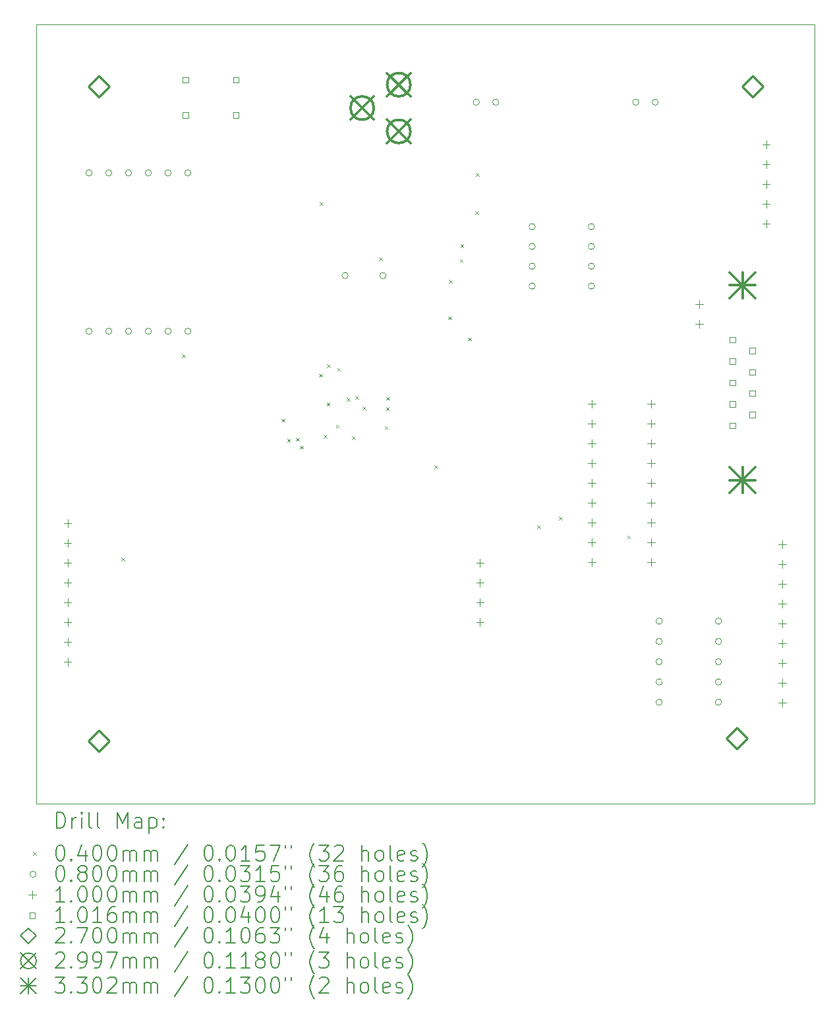
<source format=gbr>
%TF.GenerationSoftware,KiCad,Pcbnew,8.0.6*%
%TF.CreationDate,2025-01-18T13:33:21-05:00*%
%TF.ProjectId,RL78_G24_Rev3,524c3738-5f47-4323-945f-526576332e6b,rev?*%
%TF.SameCoordinates,Original*%
%TF.FileFunction,Drillmap*%
%TF.FilePolarity,Positive*%
%FSLAX45Y45*%
G04 Gerber Fmt 4.5, Leading zero omitted, Abs format (unit mm)*
G04 Created by KiCad (PCBNEW 8.0.6) date 2025-01-18 13:33:21*
%MOMM*%
%LPD*%
G01*
G04 APERTURE LIST*
%ADD10C,0.050000*%
%ADD11C,0.200000*%
%ADD12C,0.100000*%
%ADD13C,0.101600*%
%ADD14C,0.270000*%
%ADD15C,0.299720*%
%ADD16C,0.330200*%
G04 APERTURE END LIST*
D10*
X7000000Y-6500000D02*
X7000000Y-16500000D01*
X17000000Y-6500000D02*
X17000000Y-16500000D01*
X7000000Y-6500000D02*
X17000000Y-6500000D01*
X17000000Y-16500000D02*
X7000000Y-16500000D01*
D11*
D12*
X8092620Y-13341630D02*
X8132620Y-13381630D01*
X8132620Y-13341630D02*
X8092620Y-13381630D01*
X8870400Y-10735700D02*
X8910400Y-10775700D01*
X8910400Y-10735700D02*
X8870400Y-10775700D01*
X10150560Y-11561210D02*
X10190560Y-11601210D01*
X10190560Y-11561210D02*
X10150560Y-11601210D01*
X10219380Y-11820380D02*
X10259380Y-11860380D01*
X10259380Y-11820380D02*
X10219380Y-11860380D01*
X10333950Y-11806740D02*
X10373950Y-11846740D01*
X10373950Y-11806740D02*
X10333950Y-11846740D01*
X10385540Y-11908620D02*
X10425540Y-11948620D01*
X10425540Y-11908620D02*
X10385540Y-11948620D01*
X10632020Y-10986100D02*
X10672020Y-11026100D01*
X10672020Y-10986100D02*
X10632020Y-11026100D01*
X10640000Y-8780000D02*
X10680000Y-8820000D01*
X10680000Y-8780000D02*
X10640000Y-8820000D01*
X10687980Y-11771830D02*
X10727980Y-11811830D01*
X10727980Y-11771830D02*
X10687980Y-11811830D01*
X10729500Y-11356670D02*
X10769500Y-11396670D01*
X10769500Y-11356670D02*
X10729500Y-11396670D01*
X10734680Y-10865360D02*
X10774680Y-10905360D01*
X10774680Y-10865360D02*
X10734680Y-10905360D01*
X10847700Y-11637770D02*
X10887700Y-11677770D01*
X10887700Y-11637770D02*
X10847700Y-11677770D01*
X10864430Y-10910720D02*
X10904430Y-10950720D01*
X10904430Y-10910720D02*
X10864430Y-10950720D01*
X10984900Y-11293260D02*
X11024900Y-11333260D01*
X11024900Y-11293260D02*
X10984900Y-11333260D01*
X11052360Y-11785460D02*
X11092360Y-11825460D01*
X11092360Y-11785460D02*
X11052360Y-11825460D01*
X11097150Y-11271280D02*
X11137150Y-11311280D01*
X11137150Y-11271280D02*
X11097150Y-11311280D01*
X11186970Y-11407770D02*
X11226970Y-11447770D01*
X11226970Y-11407770D02*
X11186970Y-11447770D01*
X11401990Y-9491180D02*
X11441990Y-9531180D01*
X11441990Y-9491180D02*
X11401990Y-9531180D01*
X11474620Y-11655000D02*
X11514620Y-11695000D01*
X11514620Y-11655000D02*
X11474620Y-11695000D01*
X11489330Y-11412560D02*
X11529330Y-11452560D01*
X11529330Y-11412560D02*
X11489330Y-11452560D01*
X11494450Y-11281830D02*
X11534450Y-11321830D01*
X11534450Y-11281830D02*
X11494450Y-11321830D01*
X12111650Y-12156730D02*
X12151650Y-12196730D01*
X12151650Y-12156730D02*
X12111650Y-12196730D01*
X12290740Y-10249040D02*
X12330740Y-10289040D01*
X12330740Y-10249040D02*
X12290740Y-10289040D01*
X12300620Y-9779700D02*
X12340620Y-9819700D01*
X12340620Y-9779700D02*
X12300620Y-9819700D01*
X12438300Y-9512610D02*
X12478300Y-9552610D01*
X12478300Y-9512610D02*
X12438300Y-9552610D01*
X12448030Y-9323650D02*
X12488030Y-9363650D01*
X12488030Y-9323650D02*
X12448030Y-9363650D01*
X12545000Y-10520000D02*
X12585000Y-10560000D01*
X12585000Y-10520000D02*
X12545000Y-10560000D01*
X12640000Y-8900000D02*
X12680000Y-8940000D01*
X12680000Y-8900000D02*
X12640000Y-8940000D01*
X12645000Y-8410000D02*
X12685000Y-8450000D01*
X12685000Y-8410000D02*
X12645000Y-8450000D01*
X13435000Y-12930000D02*
X13475000Y-12970000D01*
X13475000Y-12930000D02*
X13435000Y-12970000D01*
X13710000Y-12820000D02*
X13750000Y-12860000D01*
X13750000Y-12820000D02*
X13710000Y-12860000D01*
X14590000Y-13060000D02*
X14630000Y-13100000D01*
X14630000Y-13060000D02*
X14590000Y-13100000D01*
X7715000Y-8407000D02*
G75*
G02*
X7635000Y-8407000I-40000J0D01*
G01*
X7635000Y-8407000D02*
G75*
G02*
X7715000Y-8407000I40000J0D01*
G01*
X7715000Y-10439000D02*
G75*
G02*
X7635000Y-10439000I-40000J0D01*
G01*
X7635000Y-10439000D02*
G75*
G02*
X7715000Y-10439000I40000J0D01*
G01*
X7969000Y-8407000D02*
G75*
G02*
X7889000Y-8407000I-40000J0D01*
G01*
X7889000Y-8407000D02*
G75*
G02*
X7969000Y-8407000I40000J0D01*
G01*
X7969000Y-10439000D02*
G75*
G02*
X7889000Y-10439000I-40000J0D01*
G01*
X7889000Y-10439000D02*
G75*
G02*
X7969000Y-10439000I40000J0D01*
G01*
X8223000Y-8407000D02*
G75*
G02*
X8143000Y-8407000I-40000J0D01*
G01*
X8143000Y-8407000D02*
G75*
G02*
X8223000Y-8407000I40000J0D01*
G01*
X8223000Y-10439000D02*
G75*
G02*
X8143000Y-10439000I-40000J0D01*
G01*
X8143000Y-10439000D02*
G75*
G02*
X8223000Y-10439000I40000J0D01*
G01*
X8477000Y-8407000D02*
G75*
G02*
X8397000Y-8407000I-40000J0D01*
G01*
X8397000Y-8407000D02*
G75*
G02*
X8477000Y-8407000I40000J0D01*
G01*
X8477000Y-10439000D02*
G75*
G02*
X8397000Y-10439000I-40000J0D01*
G01*
X8397000Y-10439000D02*
G75*
G02*
X8477000Y-10439000I40000J0D01*
G01*
X8731000Y-8407000D02*
G75*
G02*
X8651000Y-8407000I-40000J0D01*
G01*
X8651000Y-8407000D02*
G75*
G02*
X8731000Y-8407000I40000J0D01*
G01*
X8731000Y-10439000D02*
G75*
G02*
X8651000Y-10439000I-40000J0D01*
G01*
X8651000Y-10439000D02*
G75*
G02*
X8731000Y-10439000I40000J0D01*
G01*
X8985000Y-8407000D02*
G75*
G02*
X8905000Y-8407000I-40000J0D01*
G01*
X8905000Y-8407000D02*
G75*
G02*
X8985000Y-8407000I40000J0D01*
G01*
X8985000Y-10439000D02*
G75*
G02*
X8905000Y-10439000I-40000J0D01*
G01*
X8905000Y-10439000D02*
G75*
G02*
X8985000Y-10439000I40000J0D01*
G01*
X11005000Y-9725000D02*
G75*
G02*
X10925000Y-9725000I-40000J0D01*
G01*
X10925000Y-9725000D02*
G75*
G02*
X11005000Y-9725000I40000J0D01*
G01*
X11493000Y-9725000D02*
G75*
G02*
X11413000Y-9725000I-40000J0D01*
G01*
X11413000Y-9725000D02*
G75*
G02*
X11493000Y-9725000I40000J0D01*
G01*
X12690000Y-7500000D02*
G75*
G02*
X12610000Y-7500000I-40000J0D01*
G01*
X12610000Y-7500000D02*
G75*
G02*
X12690000Y-7500000I40000J0D01*
G01*
X12940000Y-7500000D02*
G75*
G02*
X12860000Y-7500000I-40000J0D01*
G01*
X12860000Y-7500000D02*
G75*
G02*
X12940000Y-7500000I40000J0D01*
G01*
X13407500Y-9097500D02*
G75*
G02*
X13327500Y-9097500I-40000J0D01*
G01*
X13327500Y-9097500D02*
G75*
G02*
X13407500Y-9097500I40000J0D01*
G01*
X13407500Y-9351500D02*
G75*
G02*
X13327500Y-9351500I-40000J0D01*
G01*
X13327500Y-9351500D02*
G75*
G02*
X13407500Y-9351500I40000J0D01*
G01*
X13407500Y-9605500D02*
G75*
G02*
X13327500Y-9605500I-40000J0D01*
G01*
X13327500Y-9605500D02*
G75*
G02*
X13407500Y-9605500I40000J0D01*
G01*
X13407500Y-9859500D02*
G75*
G02*
X13327500Y-9859500I-40000J0D01*
G01*
X13327500Y-9859500D02*
G75*
G02*
X13407500Y-9859500I40000J0D01*
G01*
X14169500Y-9097500D02*
G75*
G02*
X14089500Y-9097500I-40000J0D01*
G01*
X14089500Y-9097500D02*
G75*
G02*
X14169500Y-9097500I40000J0D01*
G01*
X14169500Y-9351500D02*
G75*
G02*
X14089500Y-9351500I-40000J0D01*
G01*
X14089500Y-9351500D02*
G75*
G02*
X14169500Y-9351500I40000J0D01*
G01*
X14169500Y-9605500D02*
G75*
G02*
X14089500Y-9605500I-40000J0D01*
G01*
X14089500Y-9605500D02*
G75*
G02*
X14169500Y-9605500I40000J0D01*
G01*
X14169500Y-9859500D02*
G75*
G02*
X14089500Y-9859500I-40000J0D01*
G01*
X14089500Y-9859500D02*
G75*
G02*
X14169500Y-9859500I40000J0D01*
G01*
X14740000Y-7500000D02*
G75*
G02*
X14660000Y-7500000I-40000J0D01*
G01*
X14660000Y-7500000D02*
G75*
G02*
X14740000Y-7500000I40000J0D01*
G01*
X14990000Y-7500000D02*
G75*
G02*
X14910000Y-7500000I-40000J0D01*
G01*
X14910000Y-7500000D02*
G75*
G02*
X14990000Y-7500000I40000J0D01*
G01*
X15040000Y-14160000D02*
G75*
G02*
X14960000Y-14160000I-40000J0D01*
G01*
X14960000Y-14160000D02*
G75*
G02*
X15040000Y-14160000I40000J0D01*
G01*
X15040000Y-14420000D02*
G75*
G02*
X14960000Y-14420000I-40000J0D01*
G01*
X14960000Y-14420000D02*
G75*
G02*
X15040000Y-14420000I40000J0D01*
G01*
X15040000Y-14680000D02*
G75*
G02*
X14960000Y-14680000I-40000J0D01*
G01*
X14960000Y-14680000D02*
G75*
G02*
X15040000Y-14680000I40000J0D01*
G01*
X15040000Y-14940000D02*
G75*
G02*
X14960000Y-14940000I-40000J0D01*
G01*
X14960000Y-14940000D02*
G75*
G02*
X15040000Y-14940000I40000J0D01*
G01*
X15040000Y-15200000D02*
G75*
G02*
X14960000Y-15200000I-40000J0D01*
G01*
X14960000Y-15200000D02*
G75*
G02*
X15040000Y-15200000I40000J0D01*
G01*
X15802000Y-14160000D02*
G75*
G02*
X15722000Y-14160000I-40000J0D01*
G01*
X15722000Y-14160000D02*
G75*
G02*
X15802000Y-14160000I40000J0D01*
G01*
X15802000Y-14420000D02*
G75*
G02*
X15722000Y-14420000I-40000J0D01*
G01*
X15722000Y-14420000D02*
G75*
G02*
X15802000Y-14420000I40000J0D01*
G01*
X15802000Y-14680000D02*
G75*
G02*
X15722000Y-14680000I-40000J0D01*
G01*
X15722000Y-14680000D02*
G75*
G02*
X15802000Y-14680000I40000J0D01*
G01*
X15802000Y-14940000D02*
G75*
G02*
X15722000Y-14940000I-40000J0D01*
G01*
X15722000Y-14940000D02*
G75*
G02*
X15802000Y-14940000I40000J0D01*
G01*
X15802000Y-15200000D02*
G75*
G02*
X15722000Y-15200000I-40000J0D01*
G01*
X15722000Y-15200000D02*
G75*
G02*
X15802000Y-15200000I40000J0D01*
G01*
X7400000Y-12850000D02*
X7400000Y-12950000D01*
X7350000Y-12900000D02*
X7450000Y-12900000D01*
X7400000Y-13104000D02*
X7400000Y-13204000D01*
X7350000Y-13154000D02*
X7450000Y-13154000D01*
X7400000Y-13358000D02*
X7400000Y-13458000D01*
X7350000Y-13408000D02*
X7450000Y-13408000D01*
X7400000Y-13612000D02*
X7400000Y-13712000D01*
X7350000Y-13662000D02*
X7450000Y-13662000D01*
X7400000Y-13866000D02*
X7400000Y-13966000D01*
X7350000Y-13916000D02*
X7450000Y-13916000D01*
X7400000Y-14120000D02*
X7400000Y-14220000D01*
X7350000Y-14170000D02*
X7450000Y-14170000D01*
X7400000Y-14374000D02*
X7400000Y-14474000D01*
X7350000Y-14424000D02*
X7450000Y-14424000D01*
X7400000Y-14628000D02*
X7400000Y-14728000D01*
X7350000Y-14678000D02*
X7450000Y-14678000D01*
X12700000Y-13358000D02*
X12700000Y-13458000D01*
X12650000Y-13408000D02*
X12750000Y-13408000D01*
X12700000Y-13612000D02*
X12700000Y-13712000D01*
X12650000Y-13662000D02*
X12750000Y-13662000D01*
X12700000Y-13866000D02*
X12700000Y-13966000D01*
X12650000Y-13916000D02*
X12750000Y-13916000D01*
X12700000Y-14120000D02*
X12700000Y-14220000D01*
X12650000Y-14170000D02*
X12750000Y-14170000D01*
X14138000Y-11318000D02*
X14138000Y-11418000D01*
X14088000Y-11368000D02*
X14188000Y-11368000D01*
X14138000Y-11572000D02*
X14138000Y-11672000D01*
X14088000Y-11622000D02*
X14188000Y-11622000D01*
X14138000Y-11826000D02*
X14138000Y-11926000D01*
X14088000Y-11876000D02*
X14188000Y-11876000D01*
X14138000Y-12080000D02*
X14138000Y-12180000D01*
X14088000Y-12130000D02*
X14188000Y-12130000D01*
X14138000Y-12334000D02*
X14138000Y-12434000D01*
X14088000Y-12384000D02*
X14188000Y-12384000D01*
X14138000Y-12588000D02*
X14138000Y-12688000D01*
X14088000Y-12638000D02*
X14188000Y-12638000D01*
X14138000Y-12842000D02*
X14138000Y-12942000D01*
X14088000Y-12892000D02*
X14188000Y-12892000D01*
X14138000Y-13096000D02*
X14138000Y-13196000D01*
X14088000Y-13146000D02*
X14188000Y-13146000D01*
X14138000Y-13350000D02*
X14138000Y-13450000D01*
X14088000Y-13400000D02*
X14188000Y-13400000D01*
X14900000Y-11318000D02*
X14900000Y-11418000D01*
X14850000Y-11368000D02*
X14950000Y-11368000D01*
X14900000Y-11572000D02*
X14900000Y-11672000D01*
X14850000Y-11622000D02*
X14950000Y-11622000D01*
X14900000Y-11826000D02*
X14900000Y-11926000D01*
X14850000Y-11876000D02*
X14950000Y-11876000D01*
X14900000Y-12080000D02*
X14900000Y-12180000D01*
X14850000Y-12130000D02*
X14950000Y-12130000D01*
X14900000Y-12334000D02*
X14900000Y-12434000D01*
X14850000Y-12384000D02*
X14950000Y-12384000D01*
X14900000Y-12588000D02*
X14900000Y-12688000D01*
X14850000Y-12638000D02*
X14950000Y-12638000D01*
X14900000Y-12842000D02*
X14900000Y-12942000D01*
X14850000Y-12892000D02*
X14950000Y-12892000D01*
X14900000Y-13096000D02*
X14900000Y-13196000D01*
X14850000Y-13146000D02*
X14950000Y-13146000D01*
X14900000Y-13350000D02*
X14900000Y-13450000D01*
X14850000Y-13400000D02*
X14950000Y-13400000D01*
X15517700Y-10039800D02*
X15517700Y-10139800D01*
X15467700Y-10089800D02*
X15567700Y-10089800D01*
X15517700Y-10293800D02*
X15517700Y-10393800D01*
X15467700Y-10343800D02*
X15567700Y-10343800D01*
X16375000Y-7990000D02*
X16375000Y-8090000D01*
X16325000Y-8040000D02*
X16425000Y-8040000D01*
X16375000Y-8244000D02*
X16375000Y-8344000D01*
X16325000Y-8294000D02*
X16425000Y-8294000D01*
X16375000Y-8498000D02*
X16375000Y-8598000D01*
X16325000Y-8548000D02*
X16425000Y-8548000D01*
X16375000Y-8752000D02*
X16375000Y-8852000D01*
X16325000Y-8802000D02*
X16425000Y-8802000D01*
X16375000Y-9006000D02*
X16375000Y-9106000D01*
X16325000Y-9056000D02*
X16425000Y-9056000D01*
X16580000Y-13124000D02*
X16580000Y-13224000D01*
X16530000Y-13174000D02*
X16630000Y-13174000D01*
X16580000Y-13378000D02*
X16580000Y-13478000D01*
X16530000Y-13428000D02*
X16630000Y-13428000D01*
X16580000Y-13632000D02*
X16580000Y-13732000D01*
X16530000Y-13682000D02*
X16630000Y-13682000D01*
X16580000Y-13886000D02*
X16580000Y-13986000D01*
X16530000Y-13936000D02*
X16630000Y-13936000D01*
X16580000Y-14140000D02*
X16580000Y-14240000D01*
X16530000Y-14190000D02*
X16630000Y-14190000D01*
X16580000Y-14394000D02*
X16580000Y-14494000D01*
X16530000Y-14444000D02*
X16630000Y-14444000D01*
X16580000Y-14648000D02*
X16580000Y-14748000D01*
X16530000Y-14698000D02*
X16630000Y-14698000D01*
X16580000Y-14902000D02*
X16580000Y-15002000D01*
X16530000Y-14952000D02*
X16630000Y-14952000D01*
X16580000Y-15156000D02*
X16580000Y-15256000D01*
X16530000Y-15206000D02*
X16630000Y-15206000D01*
D13*
X8950921Y-7248801D02*
X8950921Y-7176959D01*
X8879079Y-7176959D01*
X8879079Y-7248801D01*
X8950921Y-7248801D01*
X8950921Y-7700921D02*
X8950921Y-7629079D01*
X8879079Y-7629079D01*
X8879079Y-7700921D01*
X8950921Y-7700921D01*
X9601161Y-7248801D02*
X9601161Y-7176959D01*
X9529319Y-7176959D01*
X9529319Y-7248801D01*
X9601161Y-7248801D01*
X9601161Y-7700921D02*
X9601161Y-7629079D01*
X9529319Y-7629079D01*
X9529319Y-7700921D01*
X9601161Y-7700921D01*
X15978921Y-10587281D02*
X15978921Y-10515439D01*
X15907079Y-10515439D01*
X15907079Y-10587281D01*
X15978921Y-10587281D01*
X15978921Y-10861601D02*
X15978921Y-10789759D01*
X15907079Y-10789759D01*
X15907079Y-10861601D01*
X15978921Y-10861601D01*
X15978921Y-11135921D02*
X15978921Y-11064079D01*
X15907079Y-11064079D01*
X15907079Y-11135921D01*
X15978921Y-11135921D01*
X15978921Y-11410241D02*
X15978921Y-11338399D01*
X15907079Y-11338399D01*
X15907079Y-11410241D01*
X15978921Y-11410241D01*
X15978921Y-11684561D02*
X15978921Y-11612719D01*
X15907079Y-11612719D01*
X15907079Y-11684561D01*
X15978921Y-11684561D01*
X16232921Y-10724441D02*
X16232921Y-10652599D01*
X16161079Y-10652599D01*
X16161079Y-10724441D01*
X16232921Y-10724441D01*
X16232921Y-10998761D02*
X16232921Y-10926919D01*
X16161079Y-10926919D01*
X16161079Y-10998761D01*
X16232921Y-10998761D01*
X16232921Y-11273081D02*
X16232921Y-11201239D01*
X16161079Y-11201239D01*
X16161079Y-11273081D01*
X16232921Y-11273081D01*
X16232921Y-11547401D02*
X16232921Y-11475559D01*
X16161079Y-11475559D01*
X16161079Y-11547401D01*
X16232921Y-11547401D01*
D14*
X7800000Y-7435000D02*
X7935000Y-7300000D01*
X7800000Y-7165000D01*
X7665000Y-7300000D01*
X7800000Y-7435000D01*
X7800000Y-15835000D02*
X7935000Y-15700000D01*
X7800000Y-15565000D01*
X7665000Y-15700000D01*
X7800000Y-15835000D01*
X15999700Y-15799300D02*
X16134700Y-15664300D01*
X15999700Y-15529300D01*
X15864700Y-15664300D01*
X15999700Y-15799300D01*
X16200000Y-7435000D02*
X16335000Y-7300000D01*
X16200000Y-7165000D01*
X16065000Y-7300000D01*
X16200000Y-7435000D01*
D15*
X11035140Y-7425140D02*
X11334860Y-7724860D01*
X11334860Y-7425140D02*
X11035140Y-7724860D01*
X11334860Y-7575000D02*
G75*
G02*
X11035140Y-7575000I-149860J0D01*
G01*
X11035140Y-7575000D02*
G75*
G02*
X11334860Y-7575000I149860J0D01*
G01*
X11505140Y-7125140D02*
X11804860Y-7424860D01*
X11804860Y-7125140D02*
X11505140Y-7424860D01*
X11804860Y-7275000D02*
G75*
G02*
X11505140Y-7275000I-149860J0D01*
G01*
X11505140Y-7275000D02*
G75*
G02*
X11804860Y-7275000I149860J0D01*
G01*
X11505140Y-7725140D02*
X11804860Y-8024860D01*
X11804860Y-7725140D02*
X11505140Y-8024860D01*
X11804860Y-7875000D02*
G75*
G02*
X11505140Y-7875000I-149860J0D01*
G01*
X11505140Y-7875000D02*
G75*
G02*
X11804860Y-7875000I149860J0D01*
G01*
D16*
X15904900Y-9682680D02*
X16235100Y-10012880D01*
X16235100Y-9682680D02*
X15904900Y-10012880D01*
X16070000Y-9682680D02*
X16070000Y-10012880D01*
X15904900Y-9847780D02*
X16235100Y-9847780D01*
X15904900Y-12187120D02*
X16235100Y-12517320D01*
X16235100Y-12187120D02*
X15904900Y-12517320D01*
X16070000Y-12187120D02*
X16070000Y-12517320D01*
X15904900Y-12352220D02*
X16235100Y-12352220D01*
D11*
X7258277Y-16813984D02*
X7258277Y-16613984D01*
X7258277Y-16613984D02*
X7305896Y-16613984D01*
X7305896Y-16613984D02*
X7334467Y-16623508D01*
X7334467Y-16623508D02*
X7353515Y-16642555D01*
X7353515Y-16642555D02*
X7363039Y-16661603D01*
X7363039Y-16661603D02*
X7372562Y-16699698D01*
X7372562Y-16699698D02*
X7372562Y-16728269D01*
X7372562Y-16728269D02*
X7363039Y-16766365D01*
X7363039Y-16766365D02*
X7353515Y-16785412D01*
X7353515Y-16785412D02*
X7334467Y-16804460D01*
X7334467Y-16804460D02*
X7305896Y-16813984D01*
X7305896Y-16813984D02*
X7258277Y-16813984D01*
X7458277Y-16813984D02*
X7458277Y-16680650D01*
X7458277Y-16718746D02*
X7467801Y-16699698D01*
X7467801Y-16699698D02*
X7477324Y-16690174D01*
X7477324Y-16690174D02*
X7496372Y-16680650D01*
X7496372Y-16680650D02*
X7515420Y-16680650D01*
X7582086Y-16813984D02*
X7582086Y-16680650D01*
X7582086Y-16613984D02*
X7572562Y-16623508D01*
X7572562Y-16623508D02*
X7582086Y-16633031D01*
X7582086Y-16633031D02*
X7591610Y-16623508D01*
X7591610Y-16623508D02*
X7582086Y-16613984D01*
X7582086Y-16613984D02*
X7582086Y-16633031D01*
X7705896Y-16813984D02*
X7686848Y-16804460D01*
X7686848Y-16804460D02*
X7677324Y-16785412D01*
X7677324Y-16785412D02*
X7677324Y-16613984D01*
X7810658Y-16813984D02*
X7791610Y-16804460D01*
X7791610Y-16804460D02*
X7782086Y-16785412D01*
X7782086Y-16785412D02*
X7782086Y-16613984D01*
X8039229Y-16813984D02*
X8039229Y-16613984D01*
X8039229Y-16613984D02*
X8105896Y-16756841D01*
X8105896Y-16756841D02*
X8172562Y-16613984D01*
X8172562Y-16613984D02*
X8172562Y-16813984D01*
X8353515Y-16813984D02*
X8353515Y-16709222D01*
X8353515Y-16709222D02*
X8343991Y-16690174D01*
X8343991Y-16690174D02*
X8324943Y-16680650D01*
X8324943Y-16680650D02*
X8286848Y-16680650D01*
X8286848Y-16680650D02*
X8267801Y-16690174D01*
X8353515Y-16804460D02*
X8334467Y-16813984D01*
X8334467Y-16813984D02*
X8286848Y-16813984D01*
X8286848Y-16813984D02*
X8267801Y-16804460D01*
X8267801Y-16804460D02*
X8258277Y-16785412D01*
X8258277Y-16785412D02*
X8258277Y-16766365D01*
X8258277Y-16766365D02*
X8267801Y-16747317D01*
X8267801Y-16747317D02*
X8286848Y-16737793D01*
X8286848Y-16737793D02*
X8334467Y-16737793D01*
X8334467Y-16737793D02*
X8353515Y-16728269D01*
X8448753Y-16680650D02*
X8448753Y-16880650D01*
X8448753Y-16690174D02*
X8467801Y-16680650D01*
X8467801Y-16680650D02*
X8505896Y-16680650D01*
X8505896Y-16680650D02*
X8524944Y-16690174D01*
X8524944Y-16690174D02*
X8534467Y-16699698D01*
X8534467Y-16699698D02*
X8543991Y-16718746D01*
X8543991Y-16718746D02*
X8543991Y-16775888D01*
X8543991Y-16775888D02*
X8534467Y-16794936D01*
X8534467Y-16794936D02*
X8524944Y-16804460D01*
X8524944Y-16804460D02*
X8505896Y-16813984D01*
X8505896Y-16813984D02*
X8467801Y-16813984D01*
X8467801Y-16813984D02*
X8448753Y-16804460D01*
X8629705Y-16794936D02*
X8639229Y-16804460D01*
X8639229Y-16804460D02*
X8629705Y-16813984D01*
X8629705Y-16813984D02*
X8620182Y-16804460D01*
X8620182Y-16804460D02*
X8629705Y-16794936D01*
X8629705Y-16794936D02*
X8629705Y-16813984D01*
X8629705Y-16690174D02*
X8639229Y-16699698D01*
X8639229Y-16699698D02*
X8629705Y-16709222D01*
X8629705Y-16709222D02*
X8620182Y-16699698D01*
X8620182Y-16699698D02*
X8629705Y-16690174D01*
X8629705Y-16690174D02*
X8629705Y-16709222D01*
D12*
X6957500Y-17122500D02*
X6997500Y-17162500D01*
X6997500Y-17122500D02*
X6957500Y-17162500D01*
D11*
X7296372Y-17033984D02*
X7315420Y-17033984D01*
X7315420Y-17033984D02*
X7334467Y-17043508D01*
X7334467Y-17043508D02*
X7343991Y-17053031D01*
X7343991Y-17053031D02*
X7353515Y-17072079D01*
X7353515Y-17072079D02*
X7363039Y-17110174D01*
X7363039Y-17110174D02*
X7363039Y-17157793D01*
X7363039Y-17157793D02*
X7353515Y-17195889D01*
X7353515Y-17195889D02*
X7343991Y-17214936D01*
X7343991Y-17214936D02*
X7334467Y-17224460D01*
X7334467Y-17224460D02*
X7315420Y-17233984D01*
X7315420Y-17233984D02*
X7296372Y-17233984D01*
X7296372Y-17233984D02*
X7277324Y-17224460D01*
X7277324Y-17224460D02*
X7267801Y-17214936D01*
X7267801Y-17214936D02*
X7258277Y-17195889D01*
X7258277Y-17195889D02*
X7248753Y-17157793D01*
X7248753Y-17157793D02*
X7248753Y-17110174D01*
X7248753Y-17110174D02*
X7258277Y-17072079D01*
X7258277Y-17072079D02*
X7267801Y-17053031D01*
X7267801Y-17053031D02*
X7277324Y-17043508D01*
X7277324Y-17043508D02*
X7296372Y-17033984D01*
X7448753Y-17214936D02*
X7458277Y-17224460D01*
X7458277Y-17224460D02*
X7448753Y-17233984D01*
X7448753Y-17233984D02*
X7439229Y-17224460D01*
X7439229Y-17224460D02*
X7448753Y-17214936D01*
X7448753Y-17214936D02*
X7448753Y-17233984D01*
X7629705Y-17100650D02*
X7629705Y-17233984D01*
X7582086Y-17024460D02*
X7534467Y-17167317D01*
X7534467Y-17167317D02*
X7658277Y-17167317D01*
X7772562Y-17033984D02*
X7791610Y-17033984D01*
X7791610Y-17033984D02*
X7810658Y-17043508D01*
X7810658Y-17043508D02*
X7820182Y-17053031D01*
X7820182Y-17053031D02*
X7829705Y-17072079D01*
X7829705Y-17072079D02*
X7839229Y-17110174D01*
X7839229Y-17110174D02*
X7839229Y-17157793D01*
X7839229Y-17157793D02*
X7829705Y-17195889D01*
X7829705Y-17195889D02*
X7820182Y-17214936D01*
X7820182Y-17214936D02*
X7810658Y-17224460D01*
X7810658Y-17224460D02*
X7791610Y-17233984D01*
X7791610Y-17233984D02*
X7772562Y-17233984D01*
X7772562Y-17233984D02*
X7753515Y-17224460D01*
X7753515Y-17224460D02*
X7743991Y-17214936D01*
X7743991Y-17214936D02*
X7734467Y-17195889D01*
X7734467Y-17195889D02*
X7724943Y-17157793D01*
X7724943Y-17157793D02*
X7724943Y-17110174D01*
X7724943Y-17110174D02*
X7734467Y-17072079D01*
X7734467Y-17072079D02*
X7743991Y-17053031D01*
X7743991Y-17053031D02*
X7753515Y-17043508D01*
X7753515Y-17043508D02*
X7772562Y-17033984D01*
X7963039Y-17033984D02*
X7982086Y-17033984D01*
X7982086Y-17033984D02*
X8001134Y-17043508D01*
X8001134Y-17043508D02*
X8010658Y-17053031D01*
X8010658Y-17053031D02*
X8020182Y-17072079D01*
X8020182Y-17072079D02*
X8029705Y-17110174D01*
X8029705Y-17110174D02*
X8029705Y-17157793D01*
X8029705Y-17157793D02*
X8020182Y-17195889D01*
X8020182Y-17195889D02*
X8010658Y-17214936D01*
X8010658Y-17214936D02*
X8001134Y-17224460D01*
X8001134Y-17224460D02*
X7982086Y-17233984D01*
X7982086Y-17233984D02*
X7963039Y-17233984D01*
X7963039Y-17233984D02*
X7943991Y-17224460D01*
X7943991Y-17224460D02*
X7934467Y-17214936D01*
X7934467Y-17214936D02*
X7924943Y-17195889D01*
X7924943Y-17195889D02*
X7915420Y-17157793D01*
X7915420Y-17157793D02*
X7915420Y-17110174D01*
X7915420Y-17110174D02*
X7924943Y-17072079D01*
X7924943Y-17072079D02*
X7934467Y-17053031D01*
X7934467Y-17053031D02*
X7943991Y-17043508D01*
X7943991Y-17043508D02*
X7963039Y-17033984D01*
X8115420Y-17233984D02*
X8115420Y-17100650D01*
X8115420Y-17119698D02*
X8124943Y-17110174D01*
X8124943Y-17110174D02*
X8143991Y-17100650D01*
X8143991Y-17100650D02*
X8172563Y-17100650D01*
X8172563Y-17100650D02*
X8191610Y-17110174D01*
X8191610Y-17110174D02*
X8201134Y-17129222D01*
X8201134Y-17129222D02*
X8201134Y-17233984D01*
X8201134Y-17129222D02*
X8210658Y-17110174D01*
X8210658Y-17110174D02*
X8229705Y-17100650D01*
X8229705Y-17100650D02*
X8258277Y-17100650D01*
X8258277Y-17100650D02*
X8277324Y-17110174D01*
X8277324Y-17110174D02*
X8286848Y-17129222D01*
X8286848Y-17129222D02*
X8286848Y-17233984D01*
X8382086Y-17233984D02*
X8382086Y-17100650D01*
X8382086Y-17119698D02*
X8391610Y-17110174D01*
X8391610Y-17110174D02*
X8410658Y-17100650D01*
X8410658Y-17100650D02*
X8439229Y-17100650D01*
X8439229Y-17100650D02*
X8458277Y-17110174D01*
X8458277Y-17110174D02*
X8467801Y-17129222D01*
X8467801Y-17129222D02*
X8467801Y-17233984D01*
X8467801Y-17129222D02*
X8477325Y-17110174D01*
X8477325Y-17110174D02*
X8496372Y-17100650D01*
X8496372Y-17100650D02*
X8524944Y-17100650D01*
X8524944Y-17100650D02*
X8543991Y-17110174D01*
X8543991Y-17110174D02*
X8553515Y-17129222D01*
X8553515Y-17129222D02*
X8553515Y-17233984D01*
X8943991Y-17024460D02*
X8772563Y-17281603D01*
X9201134Y-17033984D02*
X9220182Y-17033984D01*
X9220182Y-17033984D02*
X9239229Y-17043508D01*
X9239229Y-17043508D02*
X9248753Y-17053031D01*
X9248753Y-17053031D02*
X9258277Y-17072079D01*
X9258277Y-17072079D02*
X9267801Y-17110174D01*
X9267801Y-17110174D02*
X9267801Y-17157793D01*
X9267801Y-17157793D02*
X9258277Y-17195889D01*
X9258277Y-17195889D02*
X9248753Y-17214936D01*
X9248753Y-17214936D02*
X9239229Y-17224460D01*
X9239229Y-17224460D02*
X9220182Y-17233984D01*
X9220182Y-17233984D02*
X9201134Y-17233984D01*
X9201134Y-17233984D02*
X9182087Y-17224460D01*
X9182087Y-17224460D02*
X9172563Y-17214936D01*
X9172563Y-17214936D02*
X9163039Y-17195889D01*
X9163039Y-17195889D02*
X9153515Y-17157793D01*
X9153515Y-17157793D02*
X9153515Y-17110174D01*
X9153515Y-17110174D02*
X9163039Y-17072079D01*
X9163039Y-17072079D02*
X9172563Y-17053031D01*
X9172563Y-17053031D02*
X9182087Y-17043508D01*
X9182087Y-17043508D02*
X9201134Y-17033984D01*
X9353515Y-17214936D02*
X9363039Y-17224460D01*
X9363039Y-17224460D02*
X9353515Y-17233984D01*
X9353515Y-17233984D02*
X9343991Y-17224460D01*
X9343991Y-17224460D02*
X9353515Y-17214936D01*
X9353515Y-17214936D02*
X9353515Y-17233984D01*
X9486848Y-17033984D02*
X9505896Y-17033984D01*
X9505896Y-17033984D02*
X9524944Y-17043508D01*
X9524944Y-17043508D02*
X9534468Y-17053031D01*
X9534468Y-17053031D02*
X9543991Y-17072079D01*
X9543991Y-17072079D02*
X9553515Y-17110174D01*
X9553515Y-17110174D02*
X9553515Y-17157793D01*
X9553515Y-17157793D02*
X9543991Y-17195889D01*
X9543991Y-17195889D02*
X9534468Y-17214936D01*
X9534468Y-17214936D02*
X9524944Y-17224460D01*
X9524944Y-17224460D02*
X9505896Y-17233984D01*
X9505896Y-17233984D02*
X9486848Y-17233984D01*
X9486848Y-17233984D02*
X9467801Y-17224460D01*
X9467801Y-17224460D02*
X9458277Y-17214936D01*
X9458277Y-17214936D02*
X9448753Y-17195889D01*
X9448753Y-17195889D02*
X9439229Y-17157793D01*
X9439229Y-17157793D02*
X9439229Y-17110174D01*
X9439229Y-17110174D02*
X9448753Y-17072079D01*
X9448753Y-17072079D02*
X9458277Y-17053031D01*
X9458277Y-17053031D02*
X9467801Y-17043508D01*
X9467801Y-17043508D02*
X9486848Y-17033984D01*
X9743991Y-17233984D02*
X9629706Y-17233984D01*
X9686848Y-17233984D02*
X9686848Y-17033984D01*
X9686848Y-17033984D02*
X9667801Y-17062555D01*
X9667801Y-17062555D02*
X9648753Y-17081603D01*
X9648753Y-17081603D02*
X9629706Y-17091127D01*
X9924944Y-17033984D02*
X9829706Y-17033984D01*
X9829706Y-17033984D02*
X9820182Y-17129222D01*
X9820182Y-17129222D02*
X9829706Y-17119698D01*
X9829706Y-17119698D02*
X9848753Y-17110174D01*
X9848753Y-17110174D02*
X9896372Y-17110174D01*
X9896372Y-17110174D02*
X9915420Y-17119698D01*
X9915420Y-17119698D02*
X9924944Y-17129222D01*
X9924944Y-17129222D02*
X9934468Y-17148270D01*
X9934468Y-17148270D02*
X9934468Y-17195889D01*
X9934468Y-17195889D02*
X9924944Y-17214936D01*
X9924944Y-17214936D02*
X9915420Y-17224460D01*
X9915420Y-17224460D02*
X9896372Y-17233984D01*
X9896372Y-17233984D02*
X9848753Y-17233984D01*
X9848753Y-17233984D02*
X9829706Y-17224460D01*
X9829706Y-17224460D02*
X9820182Y-17214936D01*
X10001134Y-17033984D02*
X10134468Y-17033984D01*
X10134468Y-17033984D02*
X10048753Y-17233984D01*
X10201134Y-17033984D02*
X10201134Y-17072079D01*
X10277325Y-17033984D02*
X10277325Y-17072079D01*
X10572563Y-17310174D02*
X10563039Y-17300650D01*
X10563039Y-17300650D02*
X10543991Y-17272079D01*
X10543991Y-17272079D02*
X10534468Y-17253031D01*
X10534468Y-17253031D02*
X10524944Y-17224460D01*
X10524944Y-17224460D02*
X10515420Y-17176841D01*
X10515420Y-17176841D02*
X10515420Y-17138746D01*
X10515420Y-17138746D02*
X10524944Y-17091127D01*
X10524944Y-17091127D02*
X10534468Y-17062555D01*
X10534468Y-17062555D02*
X10543991Y-17043508D01*
X10543991Y-17043508D02*
X10563039Y-17014936D01*
X10563039Y-17014936D02*
X10572563Y-17005412D01*
X10629706Y-17033984D02*
X10753515Y-17033984D01*
X10753515Y-17033984D02*
X10686849Y-17110174D01*
X10686849Y-17110174D02*
X10715420Y-17110174D01*
X10715420Y-17110174D02*
X10734468Y-17119698D01*
X10734468Y-17119698D02*
X10743991Y-17129222D01*
X10743991Y-17129222D02*
X10753515Y-17148270D01*
X10753515Y-17148270D02*
X10753515Y-17195889D01*
X10753515Y-17195889D02*
X10743991Y-17214936D01*
X10743991Y-17214936D02*
X10734468Y-17224460D01*
X10734468Y-17224460D02*
X10715420Y-17233984D01*
X10715420Y-17233984D02*
X10658277Y-17233984D01*
X10658277Y-17233984D02*
X10639230Y-17224460D01*
X10639230Y-17224460D02*
X10629706Y-17214936D01*
X10829706Y-17053031D02*
X10839230Y-17043508D01*
X10839230Y-17043508D02*
X10858277Y-17033984D01*
X10858277Y-17033984D02*
X10905896Y-17033984D01*
X10905896Y-17033984D02*
X10924944Y-17043508D01*
X10924944Y-17043508D02*
X10934468Y-17053031D01*
X10934468Y-17053031D02*
X10943991Y-17072079D01*
X10943991Y-17072079D02*
X10943991Y-17091127D01*
X10943991Y-17091127D02*
X10934468Y-17119698D01*
X10934468Y-17119698D02*
X10820182Y-17233984D01*
X10820182Y-17233984D02*
X10943991Y-17233984D01*
X11182087Y-17233984D02*
X11182087Y-17033984D01*
X11267801Y-17233984D02*
X11267801Y-17129222D01*
X11267801Y-17129222D02*
X11258277Y-17110174D01*
X11258277Y-17110174D02*
X11239230Y-17100650D01*
X11239230Y-17100650D02*
X11210658Y-17100650D01*
X11210658Y-17100650D02*
X11191610Y-17110174D01*
X11191610Y-17110174D02*
X11182087Y-17119698D01*
X11391610Y-17233984D02*
X11372563Y-17224460D01*
X11372563Y-17224460D02*
X11363039Y-17214936D01*
X11363039Y-17214936D02*
X11353515Y-17195889D01*
X11353515Y-17195889D02*
X11353515Y-17138746D01*
X11353515Y-17138746D02*
X11363039Y-17119698D01*
X11363039Y-17119698D02*
X11372563Y-17110174D01*
X11372563Y-17110174D02*
X11391610Y-17100650D01*
X11391610Y-17100650D02*
X11420182Y-17100650D01*
X11420182Y-17100650D02*
X11439230Y-17110174D01*
X11439230Y-17110174D02*
X11448753Y-17119698D01*
X11448753Y-17119698D02*
X11458277Y-17138746D01*
X11458277Y-17138746D02*
X11458277Y-17195889D01*
X11458277Y-17195889D02*
X11448753Y-17214936D01*
X11448753Y-17214936D02*
X11439230Y-17224460D01*
X11439230Y-17224460D02*
X11420182Y-17233984D01*
X11420182Y-17233984D02*
X11391610Y-17233984D01*
X11572563Y-17233984D02*
X11553515Y-17224460D01*
X11553515Y-17224460D02*
X11543991Y-17205412D01*
X11543991Y-17205412D02*
X11543991Y-17033984D01*
X11724944Y-17224460D02*
X11705896Y-17233984D01*
X11705896Y-17233984D02*
X11667801Y-17233984D01*
X11667801Y-17233984D02*
X11648753Y-17224460D01*
X11648753Y-17224460D02*
X11639230Y-17205412D01*
X11639230Y-17205412D02*
X11639230Y-17129222D01*
X11639230Y-17129222D02*
X11648753Y-17110174D01*
X11648753Y-17110174D02*
X11667801Y-17100650D01*
X11667801Y-17100650D02*
X11705896Y-17100650D01*
X11705896Y-17100650D02*
X11724944Y-17110174D01*
X11724944Y-17110174D02*
X11734468Y-17129222D01*
X11734468Y-17129222D02*
X11734468Y-17148270D01*
X11734468Y-17148270D02*
X11639230Y-17167317D01*
X11810658Y-17224460D02*
X11829706Y-17233984D01*
X11829706Y-17233984D02*
X11867801Y-17233984D01*
X11867801Y-17233984D02*
X11886849Y-17224460D01*
X11886849Y-17224460D02*
X11896372Y-17205412D01*
X11896372Y-17205412D02*
X11896372Y-17195889D01*
X11896372Y-17195889D02*
X11886849Y-17176841D01*
X11886849Y-17176841D02*
X11867801Y-17167317D01*
X11867801Y-17167317D02*
X11839230Y-17167317D01*
X11839230Y-17167317D02*
X11820182Y-17157793D01*
X11820182Y-17157793D02*
X11810658Y-17138746D01*
X11810658Y-17138746D02*
X11810658Y-17129222D01*
X11810658Y-17129222D02*
X11820182Y-17110174D01*
X11820182Y-17110174D02*
X11839230Y-17100650D01*
X11839230Y-17100650D02*
X11867801Y-17100650D01*
X11867801Y-17100650D02*
X11886849Y-17110174D01*
X11963039Y-17310174D02*
X11972563Y-17300650D01*
X11972563Y-17300650D02*
X11991611Y-17272079D01*
X11991611Y-17272079D02*
X12001134Y-17253031D01*
X12001134Y-17253031D02*
X12010658Y-17224460D01*
X12010658Y-17224460D02*
X12020182Y-17176841D01*
X12020182Y-17176841D02*
X12020182Y-17138746D01*
X12020182Y-17138746D02*
X12010658Y-17091127D01*
X12010658Y-17091127D02*
X12001134Y-17062555D01*
X12001134Y-17062555D02*
X11991611Y-17043508D01*
X11991611Y-17043508D02*
X11972563Y-17014936D01*
X11972563Y-17014936D02*
X11963039Y-17005412D01*
D12*
X6997500Y-17406500D02*
G75*
G02*
X6917500Y-17406500I-40000J0D01*
G01*
X6917500Y-17406500D02*
G75*
G02*
X6997500Y-17406500I40000J0D01*
G01*
D11*
X7296372Y-17297984D02*
X7315420Y-17297984D01*
X7315420Y-17297984D02*
X7334467Y-17307508D01*
X7334467Y-17307508D02*
X7343991Y-17317031D01*
X7343991Y-17317031D02*
X7353515Y-17336079D01*
X7353515Y-17336079D02*
X7363039Y-17374174D01*
X7363039Y-17374174D02*
X7363039Y-17421793D01*
X7363039Y-17421793D02*
X7353515Y-17459889D01*
X7353515Y-17459889D02*
X7343991Y-17478936D01*
X7343991Y-17478936D02*
X7334467Y-17488460D01*
X7334467Y-17488460D02*
X7315420Y-17497984D01*
X7315420Y-17497984D02*
X7296372Y-17497984D01*
X7296372Y-17497984D02*
X7277324Y-17488460D01*
X7277324Y-17488460D02*
X7267801Y-17478936D01*
X7267801Y-17478936D02*
X7258277Y-17459889D01*
X7258277Y-17459889D02*
X7248753Y-17421793D01*
X7248753Y-17421793D02*
X7248753Y-17374174D01*
X7248753Y-17374174D02*
X7258277Y-17336079D01*
X7258277Y-17336079D02*
X7267801Y-17317031D01*
X7267801Y-17317031D02*
X7277324Y-17307508D01*
X7277324Y-17307508D02*
X7296372Y-17297984D01*
X7448753Y-17478936D02*
X7458277Y-17488460D01*
X7458277Y-17488460D02*
X7448753Y-17497984D01*
X7448753Y-17497984D02*
X7439229Y-17488460D01*
X7439229Y-17488460D02*
X7448753Y-17478936D01*
X7448753Y-17478936D02*
X7448753Y-17497984D01*
X7572562Y-17383698D02*
X7553515Y-17374174D01*
X7553515Y-17374174D02*
X7543991Y-17364650D01*
X7543991Y-17364650D02*
X7534467Y-17345603D01*
X7534467Y-17345603D02*
X7534467Y-17336079D01*
X7534467Y-17336079D02*
X7543991Y-17317031D01*
X7543991Y-17317031D02*
X7553515Y-17307508D01*
X7553515Y-17307508D02*
X7572562Y-17297984D01*
X7572562Y-17297984D02*
X7610658Y-17297984D01*
X7610658Y-17297984D02*
X7629705Y-17307508D01*
X7629705Y-17307508D02*
X7639229Y-17317031D01*
X7639229Y-17317031D02*
X7648753Y-17336079D01*
X7648753Y-17336079D02*
X7648753Y-17345603D01*
X7648753Y-17345603D02*
X7639229Y-17364650D01*
X7639229Y-17364650D02*
X7629705Y-17374174D01*
X7629705Y-17374174D02*
X7610658Y-17383698D01*
X7610658Y-17383698D02*
X7572562Y-17383698D01*
X7572562Y-17383698D02*
X7553515Y-17393222D01*
X7553515Y-17393222D02*
X7543991Y-17402746D01*
X7543991Y-17402746D02*
X7534467Y-17421793D01*
X7534467Y-17421793D02*
X7534467Y-17459889D01*
X7534467Y-17459889D02*
X7543991Y-17478936D01*
X7543991Y-17478936D02*
X7553515Y-17488460D01*
X7553515Y-17488460D02*
X7572562Y-17497984D01*
X7572562Y-17497984D02*
X7610658Y-17497984D01*
X7610658Y-17497984D02*
X7629705Y-17488460D01*
X7629705Y-17488460D02*
X7639229Y-17478936D01*
X7639229Y-17478936D02*
X7648753Y-17459889D01*
X7648753Y-17459889D02*
X7648753Y-17421793D01*
X7648753Y-17421793D02*
X7639229Y-17402746D01*
X7639229Y-17402746D02*
X7629705Y-17393222D01*
X7629705Y-17393222D02*
X7610658Y-17383698D01*
X7772562Y-17297984D02*
X7791610Y-17297984D01*
X7791610Y-17297984D02*
X7810658Y-17307508D01*
X7810658Y-17307508D02*
X7820182Y-17317031D01*
X7820182Y-17317031D02*
X7829705Y-17336079D01*
X7829705Y-17336079D02*
X7839229Y-17374174D01*
X7839229Y-17374174D02*
X7839229Y-17421793D01*
X7839229Y-17421793D02*
X7829705Y-17459889D01*
X7829705Y-17459889D02*
X7820182Y-17478936D01*
X7820182Y-17478936D02*
X7810658Y-17488460D01*
X7810658Y-17488460D02*
X7791610Y-17497984D01*
X7791610Y-17497984D02*
X7772562Y-17497984D01*
X7772562Y-17497984D02*
X7753515Y-17488460D01*
X7753515Y-17488460D02*
X7743991Y-17478936D01*
X7743991Y-17478936D02*
X7734467Y-17459889D01*
X7734467Y-17459889D02*
X7724943Y-17421793D01*
X7724943Y-17421793D02*
X7724943Y-17374174D01*
X7724943Y-17374174D02*
X7734467Y-17336079D01*
X7734467Y-17336079D02*
X7743991Y-17317031D01*
X7743991Y-17317031D02*
X7753515Y-17307508D01*
X7753515Y-17307508D02*
X7772562Y-17297984D01*
X7963039Y-17297984D02*
X7982086Y-17297984D01*
X7982086Y-17297984D02*
X8001134Y-17307508D01*
X8001134Y-17307508D02*
X8010658Y-17317031D01*
X8010658Y-17317031D02*
X8020182Y-17336079D01*
X8020182Y-17336079D02*
X8029705Y-17374174D01*
X8029705Y-17374174D02*
X8029705Y-17421793D01*
X8029705Y-17421793D02*
X8020182Y-17459889D01*
X8020182Y-17459889D02*
X8010658Y-17478936D01*
X8010658Y-17478936D02*
X8001134Y-17488460D01*
X8001134Y-17488460D02*
X7982086Y-17497984D01*
X7982086Y-17497984D02*
X7963039Y-17497984D01*
X7963039Y-17497984D02*
X7943991Y-17488460D01*
X7943991Y-17488460D02*
X7934467Y-17478936D01*
X7934467Y-17478936D02*
X7924943Y-17459889D01*
X7924943Y-17459889D02*
X7915420Y-17421793D01*
X7915420Y-17421793D02*
X7915420Y-17374174D01*
X7915420Y-17374174D02*
X7924943Y-17336079D01*
X7924943Y-17336079D02*
X7934467Y-17317031D01*
X7934467Y-17317031D02*
X7943991Y-17307508D01*
X7943991Y-17307508D02*
X7963039Y-17297984D01*
X8115420Y-17497984D02*
X8115420Y-17364650D01*
X8115420Y-17383698D02*
X8124943Y-17374174D01*
X8124943Y-17374174D02*
X8143991Y-17364650D01*
X8143991Y-17364650D02*
X8172563Y-17364650D01*
X8172563Y-17364650D02*
X8191610Y-17374174D01*
X8191610Y-17374174D02*
X8201134Y-17393222D01*
X8201134Y-17393222D02*
X8201134Y-17497984D01*
X8201134Y-17393222D02*
X8210658Y-17374174D01*
X8210658Y-17374174D02*
X8229705Y-17364650D01*
X8229705Y-17364650D02*
X8258277Y-17364650D01*
X8258277Y-17364650D02*
X8277324Y-17374174D01*
X8277324Y-17374174D02*
X8286848Y-17393222D01*
X8286848Y-17393222D02*
X8286848Y-17497984D01*
X8382086Y-17497984D02*
X8382086Y-17364650D01*
X8382086Y-17383698D02*
X8391610Y-17374174D01*
X8391610Y-17374174D02*
X8410658Y-17364650D01*
X8410658Y-17364650D02*
X8439229Y-17364650D01*
X8439229Y-17364650D02*
X8458277Y-17374174D01*
X8458277Y-17374174D02*
X8467801Y-17393222D01*
X8467801Y-17393222D02*
X8467801Y-17497984D01*
X8467801Y-17393222D02*
X8477325Y-17374174D01*
X8477325Y-17374174D02*
X8496372Y-17364650D01*
X8496372Y-17364650D02*
X8524944Y-17364650D01*
X8524944Y-17364650D02*
X8543991Y-17374174D01*
X8543991Y-17374174D02*
X8553515Y-17393222D01*
X8553515Y-17393222D02*
X8553515Y-17497984D01*
X8943991Y-17288460D02*
X8772563Y-17545603D01*
X9201134Y-17297984D02*
X9220182Y-17297984D01*
X9220182Y-17297984D02*
X9239229Y-17307508D01*
X9239229Y-17307508D02*
X9248753Y-17317031D01*
X9248753Y-17317031D02*
X9258277Y-17336079D01*
X9258277Y-17336079D02*
X9267801Y-17374174D01*
X9267801Y-17374174D02*
X9267801Y-17421793D01*
X9267801Y-17421793D02*
X9258277Y-17459889D01*
X9258277Y-17459889D02*
X9248753Y-17478936D01*
X9248753Y-17478936D02*
X9239229Y-17488460D01*
X9239229Y-17488460D02*
X9220182Y-17497984D01*
X9220182Y-17497984D02*
X9201134Y-17497984D01*
X9201134Y-17497984D02*
X9182087Y-17488460D01*
X9182087Y-17488460D02*
X9172563Y-17478936D01*
X9172563Y-17478936D02*
X9163039Y-17459889D01*
X9163039Y-17459889D02*
X9153515Y-17421793D01*
X9153515Y-17421793D02*
X9153515Y-17374174D01*
X9153515Y-17374174D02*
X9163039Y-17336079D01*
X9163039Y-17336079D02*
X9172563Y-17317031D01*
X9172563Y-17317031D02*
X9182087Y-17307508D01*
X9182087Y-17307508D02*
X9201134Y-17297984D01*
X9353515Y-17478936D02*
X9363039Y-17488460D01*
X9363039Y-17488460D02*
X9353515Y-17497984D01*
X9353515Y-17497984D02*
X9343991Y-17488460D01*
X9343991Y-17488460D02*
X9353515Y-17478936D01*
X9353515Y-17478936D02*
X9353515Y-17497984D01*
X9486848Y-17297984D02*
X9505896Y-17297984D01*
X9505896Y-17297984D02*
X9524944Y-17307508D01*
X9524944Y-17307508D02*
X9534468Y-17317031D01*
X9534468Y-17317031D02*
X9543991Y-17336079D01*
X9543991Y-17336079D02*
X9553515Y-17374174D01*
X9553515Y-17374174D02*
X9553515Y-17421793D01*
X9553515Y-17421793D02*
X9543991Y-17459889D01*
X9543991Y-17459889D02*
X9534468Y-17478936D01*
X9534468Y-17478936D02*
X9524944Y-17488460D01*
X9524944Y-17488460D02*
X9505896Y-17497984D01*
X9505896Y-17497984D02*
X9486848Y-17497984D01*
X9486848Y-17497984D02*
X9467801Y-17488460D01*
X9467801Y-17488460D02*
X9458277Y-17478936D01*
X9458277Y-17478936D02*
X9448753Y-17459889D01*
X9448753Y-17459889D02*
X9439229Y-17421793D01*
X9439229Y-17421793D02*
X9439229Y-17374174D01*
X9439229Y-17374174D02*
X9448753Y-17336079D01*
X9448753Y-17336079D02*
X9458277Y-17317031D01*
X9458277Y-17317031D02*
X9467801Y-17307508D01*
X9467801Y-17307508D02*
X9486848Y-17297984D01*
X9620182Y-17297984D02*
X9743991Y-17297984D01*
X9743991Y-17297984D02*
X9677325Y-17374174D01*
X9677325Y-17374174D02*
X9705896Y-17374174D01*
X9705896Y-17374174D02*
X9724944Y-17383698D01*
X9724944Y-17383698D02*
X9734468Y-17393222D01*
X9734468Y-17393222D02*
X9743991Y-17412270D01*
X9743991Y-17412270D02*
X9743991Y-17459889D01*
X9743991Y-17459889D02*
X9734468Y-17478936D01*
X9734468Y-17478936D02*
X9724944Y-17488460D01*
X9724944Y-17488460D02*
X9705896Y-17497984D01*
X9705896Y-17497984D02*
X9648753Y-17497984D01*
X9648753Y-17497984D02*
X9629706Y-17488460D01*
X9629706Y-17488460D02*
X9620182Y-17478936D01*
X9934468Y-17497984D02*
X9820182Y-17497984D01*
X9877325Y-17497984D02*
X9877325Y-17297984D01*
X9877325Y-17297984D02*
X9858277Y-17326555D01*
X9858277Y-17326555D02*
X9839229Y-17345603D01*
X9839229Y-17345603D02*
X9820182Y-17355127D01*
X10115420Y-17297984D02*
X10020182Y-17297984D01*
X10020182Y-17297984D02*
X10010658Y-17393222D01*
X10010658Y-17393222D02*
X10020182Y-17383698D01*
X10020182Y-17383698D02*
X10039229Y-17374174D01*
X10039229Y-17374174D02*
X10086849Y-17374174D01*
X10086849Y-17374174D02*
X10105896Y-17383698D01*
X10105896Y-17383698D02*
X10115420Y-17393222D01*
X10115420Y-17393222D02*
X10124944Y-17412270D01*
X10124944Y-17412270D02*
X10124944Y-17459889D01*
X10124944Y-17459889D02*
X10115420Y-17478936D01*
X10115420Y-17478936D02*
X10105896Y-17488460D01*
X10105896Y-17488460D02*
X10086849Y-17497984D01*
X10086849Y-17497984D02*
X10039229Y-17497984D01*
X10039229Y-17497984D02*
X10020182Y-17488460D01*
X10020182Y-17488460D02*
X10010658Y-17478936D01*
X10201134Y-17297984D02*
X10201134Y-17336079D01*
X10277325Y-17297984D02*
X10277325Y-17336079D01*
X10572563Y-17574174D02*
X10563039Y-17564650D01*
X10563039Y-17564650D02*
X10543991Y-17536079D01*
X10543991Y-17536079D02*
X10534468Y-17517031D01*
X10534468Y-17517031D02*
X10524944Y-17488460D01*
X10524944Y-17488460D02*
X10515420Y-17440841D01*
X10515420Y-17440841D02*
X10515420Y-17402746D01*
X10515420Y-17402746D02*
X10524944Y-17355127D01*
X10524944Y-17355127D02*
X10534468Y-17326555D01*
X10534468Y-17326555D02*
X10543991Y-17307508D01*
X10543991Y-17307508D02*
X10563039Y-17278936D01*
X10563039Y-17278936D02*
X10572563Y-17269412D01*
X10629706Y-17297984D02*
X10753515Y-17297984D01*
X10753515Y-17297984D02*
X10686849Y-17374174D01*
X10686849Y-17374174D02*
X10715420Y-17374174D01*
X10715420Y-17374174D02*
X10734468Y-17383698D01*
X10734468Y-17383698D02*
X10743991Y-17393222D01*
X10743991Y-17393222D02*
X10753515Y-17412270D01*
X10753515Y-17412270D02*
X10753515Y-17459889D01*
X10753515Y-17459889D02*
X10743991Y-17478936D01*
X10743991Y-17478936D02*
X10734468Y-17488460D01*
X10734468Y-17488460D02*
X10715420Y-17497984D01*
X10715420Y-17497984D02*
X10658277Y-17497984D01*
X10658277Y-17497984D02*
X10639230Y-17488460D01*
X10639230Y-17488460D02*
X10629706Y-17478936D01*
X10924944Y-17297984D02*
X10886849Y-17297984D01*
X10886849Y-17297984D02*
X10867801Y-17307508D01*
X10867801Y-17307508D02*
X10858277Y-17317031D01*
X10858277Y-17317031D02*
X10839230Y-17345603D01*
X10839230Y-17345603D02*
X10829706Y-17383698D01*
X10829706Y-17383698D02*
X10829706Y-17459889D01*
X10829706Y-17459889D02*
X10839230Y-17478936D01*
X10839230Y-17478936D02*
X10848753Y-17488460D01*
X10848753Y-17488460D02*
X10867801Y-17497984D01*
X10867801Y-17497984D02*
X10905896Y-17497984D01*
X10905896Y-17497984D02*
X10924944Y-17488460D01*
X10924944Y-17488460D02*
X10934468Y-17478936D01*
X10934468Y-17478936D02*
X10943991Y-17459889D01*
X10943991Y-17459889D02*
X10943991Y-17412270D01*
X10943991Y-17412270D02*
X10934468Y-17393222D01*
X10934468Y-17393222D02*
X10924944Y-17383698D01*
X10924944Y-17383698D02*
X10905896Y-17374174D01*
X10905896Y-17374174D02*
X10867801Y-17374174D01*
X10867801Y-17374174D02*
X10848753Y-17383698D01*
X10848753Y-17383698D02*
X10839230Y-17393222D01*
X10839230Y-17393222D02*
X10829706Y-17412270D01*
X11182087Y-17497984D02*
X11182087Y-17297984D01*
X11267801Y-17497984D02*
X11267801Y-17393222D01*
X11267801Y-17393222D02*
X11258277Y-17374174D01*
X11258277Y-17374174D02*
X11239230Y-17364650D01*
X11239230Y-17364650D02*
X11210658Y-17364650D01*
X11210658Y-17364650D02*
X11191610Y-17374174D01*
X11191610Y-17374174D02*
X11182087Y-17383698D01*
X11391610Y-17497984D02*
X11372563Y-17488460D01*
X11372563Y-17488460D02*
X11363039Y-17478936D01*
X11363039Y-17478936D02*
X11353515Y-17459889D01*
X11353515Y-17459889D02*
X11353515Y-17402746D01*
X11353515Y-17402746D02*
X11363039Y-17383698D01*
X11363039Y-17383698D02*
X11372563Y-17374174D01*
X11372563Y-17374174D02*
X11391610Y-17364650D01*
X11391610Y-17364650D02*
X11420182Y-17364650D01*
X11420182Y-17364650D02*
X11439230Y-17374174D01*
X11439230Y-17374174D02*
X11448753Y-17383698D01*
X11448753Y-17383698D02*
X11458277Y-17402746D01*
X11458277Y-17402746D02*
X11458277Y-17459889D01*
X11458277Y-17459889D02*
X11448753Y-17478936D01*
X11448753Y-17478936D02*
X11439230Y-17488460D01*
X11439230Y-17488460D02*
X11420182Y-17497984D01*
X11420182Y-17497984D02*
X11391610Y-17497984D01*
X11572563Y-17497984D02*
X11553515Y-17488460D01*
X11553515Y-17488460D02*
X11543991Y-17469412D01*
X11543991Y-17469412D02*
X11543991Y-17297984D01*
X11724944Y-17488460D02*
X11705896Y-17497984D01*
X11705896Y-17497984D02*
X11667801Y-17497984D01*
X11667801Y-17497984D02*
X11648753Y-17488460D01*
X11648753Y-17488460D02*
X11639230Y-17469412D01*
X11639230Y-17469412D02*
X11639230Y-17393222D01*
X11639230Y-17393222D02*
X11648753Y-17374174D01*
X11648753Y-17374174D02*
X11667801Y-17364650D01*
X11667801Y-17364650D02*
X11705896Y-17364650D01*
X11705896Y-17364650D02*
X11724944Y-17374174D01*
X11724944Y-17374174D02*
X11734468Y-17393222D01*
X11734468Y-17393222D02*
X11734468Y-17412270D01*
X11734468Y-17412270D02*
X11639230Y-17431317D01*
X11810658Y-17488460D02*
X11829706Y-17497984D01*
X11829706Y-17497984D02*
X11867801Y-17497984D01*
X11867801Y-17497984D02*
X11886849Y-17488460D01*
X11886849Y-17488460D02*
X11896372Y-17469412D01*
X11896372Y-17469412D02*
X11896372Y-17459889D01*
X11896372Y-17459889D02*
X11886849Y-17440841D01*
X11886849Y-17440841D02*
X11867801Y-17431317D01*
X11867801Y-17431317D02*
X11839230Y-17431317D01*
X11839230Y-17431317D02*
X11820182Y-17421793D01*
X11820182Y-17421793D02*
X11810658Y-17402746D01*
X11810658Y-17402746D02*
X11810658Y-17393222D01*
X11810658Y-17393222D02*
X11820182Y-17374174D01*
X11820182Y-17374174D02*
X11839230Y-17364650D01*
X11839230Y-17364650D02*
X11867801Y-17364650D01*
X11867801Y-17364650D02*
X11886849Y-17374174D01*
X11963039Y-17574174D02*
X11972563Y-17564650D01*
X11972563Y-17564650D02*
X11991611Y-17536079D01*
X11991611Y-17536079D02*
X12001134Y-17517031D01*
X12001134Y-17517031D02*
X12010658Y-17488460D01*
X12010658Y-17488460D02*
X12020182Y-17440841D01*
X12020182Y-17440841D02*
X12020182Y-17402746D01*
X12020182Y-17402746D02*
X12010658Y-17355127D01*
X12010658Y-17355127D02*
X12001134Y-17326555D01*
X12001134Y-17326555D02*
X11991611Y-17307508D01*
X11991611Y-17307508D02*
X11972563Y-17278936D01*
X11972563Y-17278936D02*
X11963039Y-17269412D01*
D12*
X6947500Y-17620500D02*
X6947500Y-17720500D01*
X6897500Y-17670500D02*
X6997500Y-17670500D01*
D11*
X7363039Y-17761984D02*
X7248753Y-17761984D01*
X7305896Y-17761984D02*
X7305896Y-17561984D01*
X7305896Y-17561984D02*
X7286848Y-17590555D01*
X7286848Y-17590555D02*
X7267801Y-17609603D01*
X7267801Y-17609603D02*
X7248753Y-17619127D01*
X7448753Y-17742936D02*
X7458277Y-17752460D01*
X7458277Y-17752460D02*
X7448753Y-17761984D01*
X7448753Y-17761984D02*
X7439229Y-17752460D01*
X7439229Y-17752460D02*
X7448753Y-17742936D01*
X7448753Y-17742936D02*
X7448753Y-17761984D01*
X7582086Y-17561984D02*
X7601134Y-17561984D01*
X7601134Y-17561984D02*
X7620182Y-17571508D01*
X7620182Y-17571508D02*
X7629705Y-17581031D01*
X7629705Y-17581031D02*
X7639229Y-17600079D01*
X7639229Y-17600079D02*
X7648753Y-17638174D01*
X7648753Y-17638174D02*
X7648753Y-17685793D01*
X7648753Y-17685793D02*
X7639229Y-17723889D01*
X7639229Y-17723889D02*
X7629705Y-17742936D01*
X7629705Y-17742936D02*
X7620182Y-17752460D01*
X7620182Y-17752460D02*
X7601134Y-17761984D01*
X7601134Y-17761984D02*
X7582086Y-17761984D01*
X7582086Y-17761984D02*
X7563039Y-17752460D01*
X7563039Y-17752460D02*
X7553515Y-17742936D01*
X7553515Y-17742936D02*
X7543991Y-17723889D01*
X7543991Y-17723889D02*
X7534467Y-17685793D01*
X7534467Y-17685793D02*
X7534467Y-17638174D01*
X7534467Y-17638174D02*
X7543991Y-17600079D01*
X7543991Y-17600079D02*
X7553515Y-17581031D01*
X7553515Y-17581031D02*
X7563039Y-17571508D01*
X7563039Y-17571508D02*
X7582086Y-17561984D01*
X7772562Y-17561984D02*
X7791610Y-17561984D01*
X7791610Y-17561984D02*
X7810658Y-17571508D01*
X7810658Y-17571508D02*
X7820182Y-17581031D01*
X7820182Y-17581031D02*
X7829705Y-17600079D01*
X7829705Y-17600079D02*
X7839229Y-17638174D01*
X7839229Y-17638174D02*
X7839229Y-17685793D01*
X7839229Y-17685793D02*
X7829705Y-17723889D01*
X7829705Y-17723889D02*
X7820182Y-17742936D01*
X7820182Y-17742936D02*
X7810658Y-17752460D01*
X7810658Y-17752460D02*
X7791610Y-17761984D01*
X7791610Y-17761984D02*
X7772562Y-17761984D01*
X7772562Y-17761984D02*
X7753515Y-17752460D01*
X7753515Y-17752460D02*
X7743991Y-17742936D01*
X7743991Y-17742936D02*
X7734467Y-17723889D01*
X7734467Y-17723889D02*
X7724943Y-17685793D01*
X7724943Y-17685793D02*
X7724943Y-17638174D01*
X7724943Y-17638174D02*
X7734467Y-17600079D01*
X7734467Y-17600079D02*
X7743991Y-17581031D01*
X7743991Y-17581031D02*
X7753515Y-17571508D01*
X7753515Y-17571508D02*
X7772562Y-17561984D01*
X7963039Y-17561984D02*
X7982086Y-17561984D01*
X7982086Y-17561984D02*
X8001134Y-17571508D01*
X8001134Y-17571508D02*
X8010658Y-17581031D01*
X8010658Y-17581031D02*
X8020182Y-17600079D01*
X8020182Y-17600079D02*
X8029705Y-17638174D01*
X8029705Y-17638174D02*
X8029705Y-17685793D01*
X8029705Y-17685793D02*
X8020182Y-17723889D01*
X8020182Y-17723889D02*
X8010658Y-17742936D01*
X8010658Y-17742936D02*
X8001134Y-17752460D01*
X8001134Y-17752460D02*
X7982086Y-17761984D01*
X7982086Y-17761984D02*
X7963039Y-17761984D01*
X7963039Y-17761984D02*
X7943991Y-17752460D01*
X7943991Y-17752460D02*
X7934467Y-17742936D01*
X7934467Y-17742936D02*
X7924943Y-17723889D01*
X7924943Y-17723889D02*
X7915420Y-17685793D01*
X7915420Y-17685793D02*
X7915420Y-17638174D01*
X7915420Y-17638174D02*
X7924943Y-17600079D01*
X7924943Y-17600079D02*
X7934467Y-17581031D01*
X7934467Y-17581031D02*
X7943991Y-17571508D01*
X7943991Y-17571508D02*
X7963039Y-17561984D01*
X8115420Y-17761984D02*
X8115420Y-17628650D01*
X8115420Y-17647698D02*
X8124943Y-17638174D01*
X8124943Y-17638174D02*
X8143991Y-17628650D01*
X8143991Y-17628650D02*
X8172563Y-17628650D01*
X8172563Y-17628650D02*
X8191610Y-17638174D01*
X8191610Y-17638174D02*
X8201134Y-17657222D01*
X8201134Y-17657222D02*
X8201134Y-17761984D01*
X8201134Y-17657222D02*
X8210658Y-17638174D01*
X8210658Y-17638174D02*
X8229705Y-17628650D01*
X8229705Y-17628650D02*
X8258277Y-17628650D01*
X8258277Y-17628650D02*
X8277324Y-17638174D01*
X8277324Y-17638174D02*
X8286848Y-17657222D01*
X8286848Y-17657222D02*
X8286848Y-17761984D01*
X8382086Y-17761984D02*
X8382086Y-17628650D01*
X8382086Y-17647698D02*
X8391610Y-17638174D01*
X8391610Y-17638174D02*
X8410658Y-17628650D01*
X8410658Y-17628650D02*
X8439229Y-17628650D01*
X8439229Y-17628650D02*
X8458277Y-17638174D01*
X8458277Y-17638174D02*
X8467801Y-17657222D01*
X8467801Y-17657222D02*
X8467801Y-17761984D01*
X8467801Y-17657222D02*
X8477325Y-17638174D01*
X8477325Y-17638174D02*
X8496372Y-17628650D01*
X8496372Y-17628650D02*
X8524944Y-17628650D01*
X8524944Y-17628650D02*
X8543991Y-17638174D01*
X8543991Y-17638174D02*
X8553515Y-17657222D01*
X8553515Y-17657222D02*
X8553515Y-17761984D01*
X8943991Y-17552460D02*
X8772563Y-17809603D01*
X9201134Y-17561984D02*
X9220182Y-17561984D01*
X9220182Y-17561984D02*
X9239229Y-17571508D01*
X9239229Y-17571508D02*
X9248753Y-17581031D01*
X9248753Y-17581031D02*
X9258277Y-17600079D01*
X9258277Y-17600079D02*
X9267801Y-17638174D01*
X9267801Y-17638174D02*
X9267801Y-17685793D01*
X9267801Y-17685793D02*
X9258277Y-17723889D01*
X9258277Y-17723889D02*
X9248753Y-17742936D01*
X9248753Y-17742936D02*
X9239229Y-17752460D01*
X9239229Y-17752460D02*
X9220182Y-17761984D01*
X9220182Y-17761984D02*
X9201134Y-17761984D01*
X9201134Y-17761984D02*
X9182087Y-17752460D01*
X9182087Y-17752460D02*
X9172563Y-17742936D01*
X9172563Y-17742936D02*
X9163039Y-17723889D01*
X9163039Y-17723889D02*
X9153515Y-17685793D01*
X9153515Y-17685793D02*
X9153515Y-17638174D01*
X9153515Y-17638174D02*
X9163039Y-17600079D01*
X9163039Y-17600079D02*
X9172563Y-17581031D01*
X9172563Y-17581031D02*
X9182087Y-17571508D01*
X9182087Y-17571508D02*
X9201134Y-17561984D01*
X9353515Y-17742936D02*
X9363039Y-17752460D01*
X9363039Y-17752460D02*
X9353515Y-17761984D01*
X9353515Y-17761984D02*
X9343991Y-17752460D01*
X9343991Y-17752460D02*
X9353515Y-17742936D01*
X9353515Y-17742936D02*
X9353515Y-17761984D01*
X9486848Y-17561984D02*
X9505896Y-17561984D01*
X9505896Y-17561984D02*
X9524944Y-17571508D01*
X9524944Y-17571508D02*
X9534468Y-17581031D01*
X9534468Y-17581031D02*
X9543991Y-17600079D01*
X9543991Y-17600079D02*
X9553515Y-17638174D01*
X9553515Y-17638174D02*
X9553515Y-17685793D01*
X9553515Y-17685793D02*
X9543991Y-17723889D01*
X9543991Y-17723889D02*
X9534468Y-17742936D01*
X9534468Y-17742936D02*
X9524944Y-17752460D01*
X9524944Y-17752460D02*
X9505896Y-17761984D01*
X9505896Y-17761984D02*
X9486848Y-17761984D01*
X9486848Y-17761984D02*
X9467801Y-17752460D01*
X9467801Y-17752460D02*
X9458277Y-17742936D01*
X9458277Y-17742936D02*
X9448753Y-17723889D01*
X9448753Y-17723889D02*
X9439229Y-17685793D01*
X9439229Y-17685793D02*
X9439229Y-17638174D01*
X9439229Y-17638174D02*
X9448753Y-17600079D01*
X9448753Y-17600079D02*
X9458277Y-17581031D01*
X9458277Y-17581031D02*
X9467801Y-17571508D01*
X9467801Y-17571508D02*
X9486848Y-17561984D01*
X9620182Y-17561984D02*
X9743991Y-17561984D01*
X9743991Y-17561984D02*
X9677325Y-17638174D01*
X9677325Y-17638174D02*
X9705896Y-17638174D01*
X9705896Y-17638174D02*
X9724944Y-17647698D01*
X9724944Y-17647698D02*
X9734468Y-17657222D01*
X9734468Y-17657222D02*
X9743991Y-17676270D01*
X9743991Y-17676270D02*
X9743991Y-17723889D01*
X9743991Y-17723889D02*
X9734468Y-17742936D01*
X9734468Y-17742936D02*
X9724944Y-17752460D01*
X9724944Y-17752460D02*
X9705896Y-17761984D01*
X9705896Y-17761984D02*
X9648753Y-17761984D01*
X9648753Y-17761984D02*
X9629706Y-17752460D01*
X9629706Y-17752460D02*
X9620182Y-17742936D01*
X9839229Y-17761984D02*
X9877325Y-17761984D01*
X9877325Y-17761984D02*
X9896372Y-17752460D01*
X9896372Y-17752460D02*
X9905896Y-17742936D01*
X9905896Y-17742936D02*
X9924944Y-17714365D01*
X9924944Y-17714365D02*
X9934468Y-17676270D01*
X9934468Y-17676270D02*
X9934468Y-17600079D01*
X9934468Y-17600079D02*
X9924944Y-17581031D01*
X9924944Y-17581031D02*
X9915420Y-17571508D01*
X9915420Y-17571508D02*
X9896372Y-17561984D01*
X9896372Y-17561984D02*
X9858277Y-17561984D01*
X9858277Y-17561984D02*
X9839229Y-17571508D01*
X9839229Y-17571508D02*
X9829706Y-17581031D01*
X9829706Y-17581031D02*
X9820182Y-17600079D01*
X9820182Y-17600079D02*
X9820182Y-17647698D01*
X9820182Y-17647698D02*
X9829706Y-17666746D01*
X9829706Y-17666746D02*
X9839229Y-17676270D01*
X9839229Y-17676270D02*
X9858277Y-17685793D01*
X9858277Y-17685793D02*
X9896372Y-17685793D01*
X9896372Y-17685793D02*
X9915420Y-17676270D01*
X9915420Y-17676270D02*
X9924944Y-17666746D01*
X9924944Y-17666746D02*
X9934468Y-17647698D01*
X10105896Y-17628650D02*
X10105896Y-17761984D01*
X10058277Y-17552460D02*
X10010658Y-17695317D01*
X10010658Y-17695317D02*
X10134468Y-17695317D01*
X10201134Y-17561984D02*
X10201134Y-17600079D01*
X10277325Y-17561984D02*
X10277325Y-17600079D01*
X10572563Y-17838174D02*
X10563039Y-17828650D01*
X10563039Y-17828650D02*
X10543991Y-17800079D01*
X10543991Y-17800079D02*
X10534468Y-17781031D01*
X10534468Y-17781031D02*
X10524944Y-17752460D01*
X10524944Y-17752460D02*
X10515420Y-17704841D01*
X10515420Y-17704841D02*
X10515420Y-17666746D01*
X10515420Y-17666746D02*
X10524944Y-17619127D01*
X10524944Y-17619127D02*
X10534468Y-17590555D01*
X10534468Y-17590555D02*
X10543991Y-17571508D01*
X10543991Y-17571508D02*
X10563039Y-17542936D01*
X10563039Y-17542936D02*
X10572563Y-17533412D01*
X10734468Y-17628650D02*
X10734468Y-17761984D01*
X10686849Y-17552460D02*
X10639230Y-17695317D01*
X10639230Y-17695317D02*
X10763039Y-17695317D01*
X10924944Y-17561984D02*
X10886849Y-17561984D01*
X10886849Y-17561984D02*
X10867801Y-17571508D01*
X10867801Y-17571508D02*
X10858277Y-17581031D01*
X10858277Y-17581031D02*
X10839230Y-17609603D01*
X10839230Y-17609603D02*
X10829706Y-17647698D01*
X10829706Y-17647698D02*
X10829706Y-17723889D01*
X10829706Y-17723889D02*
X10839230Y-17742936D01*
X10839230Y-17742936D02*
X10848753Y-17752460D01*
X10848753Y-17752460D02*
X10867801Y-17761984D01*
X10867801Y-17761984D02*
X10905896Y-17761984D01*
X10905896Y-17761984D02*
X10924944Y-17752460D01*
X10924944Y-17752460D02*
X10934468Y-17742936D01*
X10934468Y-17742936D02*
X10943991Y-17723889D01*
X10943991Y-17723889D02*
X10943991Y-17676270D01*
X10943991Y-17676270D02*
X10934468Y-17657222D01*
X10934468Y-17657222D02*
X10924944Y-17647698D01*
X10924944Y-17647698D02*
X10905896Y-17638174D01*
X10905896Y-17638174D02*
X10867801Y-17638174D01*
X10867801Y-17638174D02*
X10848753Y-17647698D01*
X10848753Y-17647698D02*
X10839230Y-17657222D01*
X10839230Y-17657222D02*
X10829706Y-17676270D01*
X11182087Y-17761984D02*
X11182087Y-17561984D01*
X11267801Y-17761984D02*
X11267801Y-17657222D01*
X11267801Y-17657222D02*
X11258277Y-17638174D01*
X11258277Y-17638174D02*
X11239230Y-17628650D01*
X11239230Y-17628650D02*
X11210658Y-17628650D01*
X11210658Y-17628650D02*
X11191610Y-17638174D01*
X11191610Y-17638174D02*
X11182087Y-17647698D01*
X11391610Y-17761984D02*
X11372563Y-17752460D01*
X11372563Y-17752460D02*
X11363039Y-17742936D01*
X11363039Y-17742936D02*
X11353515Y-17723889D01*
X11353515Y-17723889D02*
X11353515Y-17666746D01*
X11353515Y-17666746D02*
X11363039Y-17647698D01*
X11363039Y-17647698D02*
X11372563Y-17638174D01*
X11372563Y-17638174D02*
X11391610Y-17628650D01*
X11391610Y-17628650D02*
X11420182Y-17628650D01*
X11420182Y-17628650D02*
X11439230Y-17638174D01*
X11439230Y-17638174D02*
X11448753Y-17647698D01*
X11448753Y-17647698D02*
X11458277Y-17666746D01*
X11458277Y-17666746D02*
X11458277Y-17723889D01*
X11458277Y-17723889D02*
X11448753Y-17742936D01*
X11448753Y-17742936D02*
X11439230Y-17752460D01*
X11439230Y-17752460D02*
X11420182Y-17761984D01*
X11420182Y-17761984D02*
X11391610Y-17761984D01*
X11572563Y-17761984D02*
X11553515Y-17752460D01*
X11553515Y-17752460D02*
X11543991Y-17733412D01*
X11543991Y-17733412D02*
X11543991Y-17561984D01*
X11724944Y-17752460D02*
X11705896Y-17761984D01*
X11705896Y-17761984D02*
X11667801Y-17761984D01*
X11667801Y-17761984D02*
X11648753Y-17752460D01*
X11648753Y-17752460D02*
X11639230Y-17733412D01*
X11639230Y-17733412D02*
X11639230Y-17657222D01*
X11639230Y-17657222D02*
X11648753Y-17638174D01*
X11648753Y-17638174D02*
X11667801Y-17628650D01*
X11667801Y-17628650D02*
X11705896Y-17628650D01*
X11705896Y-17628650D02*
X11724944Y-17638174D01*
X11724944Y-17638174D02*
X11734468Y-17657222D01*
X11734468Y-17657222D02*
X11734468Y-17676270D01*
X11734468Y-17676270D02*
X11639230Y-17695317D01*
X11810658Y-17752460D02*
X11829706Y-17761984D01*
X11829706Y-17761984D02*
X11867801Y-17761984D01*
X11867801Y-17761984D02*
X11886849Y-17752460D01*
X11886849Y-17752460D02*
X11896372Y-17733412D01*
X11896372Y-17733412D02*
X11896372Y-17723889D01*
X11896372Y-17723889D02*
X11886849Y-17704841D01*
X11886849Y-17704841D02*
X11867801Y-17695317D01*
X11867801Y-17695317D02*
X11839230Y-17695317D01*
X11839230Y-17695317D02*
X11820182Y-17685793D01*
X11820182Y-17685793D02*
X11810658Y-17666746D01*
X11810658Y-17666746D02*
X11810658Y-17657222D01*
X11810658Y-17657222D02*
X11820182Y-17638174D01*
X11820182Y-17638174D02*
X11839230Y-17628650D01*
X11839230Y-17628650D02*
X11867801Y-17628650D01*
X11867801Y-17628650D02*
X11886849Y-17638174D01*
X11963039Y-17838174D02*
X11972563Y-17828650D01*
X11972563Y-17828650D02*
X11991611Y-17800079D01*
X11991611Y-17800079D02*
X12001134Y-17781031D01*
X12001134Y-17781031D02*
X12010658Y-17752460D01*
X12010658Y-17752460D02*
X12020182Y-17704841D01*
X12020182Y-17704841D02*
X12020182Y-17666746D01*
X12020182Y-17666746D02*
X12010658Y-17619127D01*
X12010658Y-17619127D02*
X12001134Y-17590555D01*
X12001134Y-17590555D02*
X11991611Y-17571508D01*
X11991611Y-17571508D02*
X11972563Y-17542936D01*
X11972563Y-17542936D02*
X11963039Y-17533412D01*
D13*
X6982621Y-17970421D02*
X6982621Y-17898579D01*
X6910779Y-17898579D01*
X6910779Y-17970421D01*
X6982621Y-17970421D01*
D11*
X7363039Y-18025984D02*
X7248753Y-18025984D01*
X7305896Y-18025984D02*
X7305896Y-17825984D01*
X7305896Y-17825984D02*
X7286848Y-17854555D01*
X7286848Y-17854555D02*
X7267801Y-17873603D01*
X7267801Y-17873603D02*
X7248753Y-17883127D01*
X7448753Y-18006936D02*
X7458277Y-18016460D01*
X7458277Y-18016460D02*
X7448753Y-18025984D01*
X7448753Y-18025984D02*
X7439229Y-18016460D01*
X7439229Y-18016460D02*
X7448753Y-18006936D01*
X7448753Y-18006936D02*
X7448753Y-18025984D01*
X7582086Y-17825984D02*
X7601134Y-17825984D01*
X7601134Y-17825984D02*
X7620182Y-17835508D01*
X7620182Y-17835508D02*
X7629705Y-17845031D01*
X7629705Y-17845031D02*
X7639229Y-17864079D01*
X7639229Y-17864079D02*
X7648753Y-17902174D01*
X7648753Y-17902174D02*
X7648753Y-17949793D01*
X7648753Y-17949793D02*
X7639229Y-17987889D01*
X7639229Y-17987889D02*
X7629705Y-18006936D01*
X7629705Y-18006936D02*
X7620182Y-18016460D01*
X7620182Y-18016460D02*
X7601134Y-18025984D01*
X7601134Y-18025984D02*
X7582086Y-18025984D01*
X7582086Y-18025984D02*
X7563039Y-18016460D01*
X7563039Y-18016460D02*
X7553515Y-18006936D01*
X7553515Y-18006936D02*
X7543991Y-17987889D01*
X7543991Y-17987889D02*
X7534467Y-17949793D01*
X7534467Y-17949793D02*
X7534467Y-17902174D01*
X7534467Y-17902174D02*
X7543991Y-17864079D01*
X7543991Y-17864079D02*
X7553515Y-17845031D01*
X7553515Y-17845031D02*
X7563039Y-17835508D01*
X7563039Y-17835508D02*
X7582086Y-17825984D01*
X7839229Y-18025984D02*
X7724943Y-18025984D01*
X7782086Y-18025984D02*
X7782086Y-17825984D01*
X7782086Y-17825984D02*
X7763039Y-17854555D01*
X7763039Y-17854555D02*
X7743991Y-17873603D01*
X7743991Y-17873603D02*
X7724943Y-17883127D01*
X8010658Y-17825984D02*
X7972562Y-17825984D01*
X7972562Y-17825984D02*
X7953515Y-17835508D01*
X7953515Y-17835508D02*
X7943991Y-17845031D01*
X7943991Y-17845031D02*
X7924943Y-17873603D01*
X7924943Y-17873603D02*
X7915420Y-17911698D01*
X7915420Y-17911698D02*
X7915420Y-17987889D01*
X7915420Y-17987889D02*
X7924943Y-18006936D01*
X7924943Y-18006936D02*
X7934467Y-18016460D01*
X7934467Y-18016460D02*
X7953515Y-18025984D01*
X7953515Y-18025984D02*
X7991610Y-18025984D01*
X7991610Y-18025984D02*
X8010658Y-18016460D01*
X8010658Y-18016460D02*
X8020182Y-18006936D01*
X8020182Y-18006936D02*
X8029705Y-17987889D01*
X8029705Y-17987889D02*
X8029705Y-17940270D01*
X8029705Y-17940270D02*
X8020182Y-17921222D01*
X8020182Y-17921222D02*
X8010658Y-17911698D01*
X8010658Y-17911698D02*
X7991610Y-17902174D01*
X7991610Y-17902174D02*
X7953515Y-17902174D01*
X7953515Y-17902174D02*
X7934467Y-17911698D01*
X7934467Y-17911698D02*
X7924943Y-17921222D01*
X7924943Y-17921222D02*
X7915420Y-17940270D01*
X8115420Y-18025984D02*
X8115420Y-17892650D01*
X8115420Y-17911698D02*
X8124943Y-17902174D01*
X8124943Y-17902174D02*
X8143991Y-17892650D01*
X8143991Y-17892650D02*
X8172563Y-17892650D01*
X8172563Y-17892650D02*
X8191610Y-17902174D01*
X8191610Y-17902174D02*
X8201134Y-17921222D01*
X8201134Y-17921222D02*
X8201134Y-18025984D01*
X8201134Y-17921222D02*
X8210658Y-17902174D01*
X8210658Y-17902174D02*
X8229705Y-17892650D01*
X8229705Y-17892650D02*
X8258277Y-17892650D01*
X8258277Y-17892650D02*
X8277324Y-17902174D01*
X8277324Y-17902174D02*
X8286848Y-17921222D01*
X8286848Y-17921222D02*
X8286848Y-18025984D01*
X8382086Y-18025984D02*
X8382086Y-17892650D01*
X8382086Y-17911698D02*
X8391610Y-17902174D01*
X8391610Y-17902174D02*
X8410658Y-17892650D01*
X8410658Y-17892650D02*
X8439229Y-17892650D01*
X8439229Y-17892650D02*
X8458277Y-17902174D01*
X8458277Y-17902174D02*
X8467801Y-17921222D01*
X8467801Y-17921222D02*
X8467801Y-18025984D01*
X8467801Y-17921222D02*
X8477325Y-17902174D01*
X8477325Y-17902174D02*
X8496372Y-17892650D01*
X8496372Y-17892650D02*
X8524944Y-17892650D01*
X8524944Y-17892650D02*
X8543991Y-17902174D01*
X8543991Y-17902174D02*
X8553515Y-17921222D01*
X8553515Y-17921222D02*
X8553515Y-18025984D01*
X8943991Y-17816460D02*
X8772563Y-18073603D01*
X9201134Y-17825984D02*
X9220182Y-17825984D01*
X9220182Y-17825984D02*
X9239229Y-17835508D01*
X9239229Y-17835508D02*
X9248753Y-17845031D01*
X9248753Y-17845031D02*
X9258277Y-17864079D01*
X9258277Y-17864079D02*
X9267801Y-17902174D01*
X9267801Y-17902174D02*
X9267801Y-17949793D01*
X9267801Y-17949793D02*
X9258277Y-17987889D01*
X9258277Y-17987889D02*
X9248753Y-18006936D01*
X9248753Y-18006936D02*
X9239229Y-18016460D01*
X9239229Y-18016460D02*
X9220182Y-18025984D01*
X9220182Y-18025984D02*
X9201134Y-18025984D01*
X9201134Y-18025984D02*
X9182087Y-18016460D01*
X9182087Y-18016460D02*
X9172563Y-18006936D01*
X9172563Y-18006936D02*
X9163039Y-17987889D01*
X9163039Y-17987889D02*
X9153515Y-17949793D01*
X9153515Y-17949793D02*
X9153515Y-17902174D01*
X9153515Y-17902174D02*
X9163039Y-17864079D01*
X9163039Y-17864079D02*
X9172563Y-17845031D01*
X9172563Y-17845031D02*
X9182087Y-17835508D01*
X9182087Y-17835508D02*
X9201134Y-17825984D01*
X9353515Y-18006936D02*
X9363039Y-18016460D01*
X9363039Y-18016460D02*
X9353515Y-18025984D01*
X9353515Y-18025984D02*
X9343991Y-18016460D01*
X9343991Y-18016460D02*
X9353515Y-18006936D01*
X9353515Y-18006936D02*
X9353515Y-18025984D01*
X9486848Y-17825984D02*
X9505896Y-17825984D01*
X9505896Y-17825984D02*
X9524944Y-17835508D01*
X9524944Y-17835508D02*
X9534468Y-17845031D01*
X9534468Y-17845031D02*
X9543991Y-17864079D01*
X9543991Y-17864079D02*
X9553515Y-17902174D01*
X9553515Y-17902174D02*
X9553515Y-17949793D01*
X9553515Y-17949793D02*
X9543991Y-17987889D01*
X9543991Y-17987889D02*
X9534468Y-18006936D01*
X9534468Y-18006936D02*
X9524944Y-18016460D01*
X9524944Y-18016460D02*
X9505896Y-18025984D01*
X9505896Y-18025984D02*
X9486848Y-18025984D01*
X9486848Y-18025984D02*
X9467801Y-18016460D01*
X9467801Y-18016460D02*
X9458277Y-18006936D01*
X9458277Y-18006936D02*
X9448753Y-17987889D01*
X9448753Y-17987889D02*
X9439229Y-17949793D01*
X9439229Y-17949793D02*
X9439229Y-17902174D01*
X9439229Y-17902174D02*
X9448753Y-17864079D01*
X9448753Y-17864079D02*
X9458277Y-17845031D01*
X9458277Y-17845031D02*
X9467801Y-17835508D01*
X9467801Y-17835508D02*
X9486848Y-17825984D01*
X9724944Y-17892650D02*
X9724944Y-18025984D01*
X9677325Y-17816460D02*
X9629706Y-17959317D01*
X9629706Y-17959317D02*
X9753515Y-17959317D01*
X9867801Y-17825984D02*
X9886849Y-17825984D01*
X9886849Y-17825984D02*
X9905896Y-17835508D01*
X9905896Y-17835508D02*
X9915420Y-17845031D01*
X9915420Y-17845031D02*
X9924944Y-17864079D01*
X9924944Y-17864079D02*
X9934468Y-17902174D01*
X9934468Y-17902174D02*
X9934468Y-17949793D01*
X9934468Y-17949793D02*
X9924944Y-17987889D01*
X9924944Y-17987889D02*
X9915420Y-18006936D01*
X9915420Y-18006936D02*
X9905896Y-18016460D01*
X9905896Y-18016460D02*
X9886849Y-18025984D01*
X9886849Y-18025984D02*
X9867801Y-18025984D01*
X9867801Y-18025984D02*
X9848753Y-18016460D01*
X9848753Y-18016460D02*
X9839229Y-18006936D01*
X9839229Y-18006936D02*
X9829706Y-17987889D01*
X9829706Y-17987889D02*
X9820182Y-17949793D01*
X9820182Y-17949793D02*
X9820182Y-17902174D01*
X9820182Y-17902174D02*
X9829706Y-17864079D01*
X9829706Y-17864079D02*
X9839229Y-17845031D01*
X9839229Y-17845031D02*
X9848753Y-17835508D01*
X9848753Y-17835508D02*
X9867801Y-17825984D01*
X10058277Y-17825984D02*
X10077325Y-17825984D01*
X10077325Y-17825984D02*
X10096372Y-17835508D01*
X10096372Y-17835508D02*
X10105896Y-17845031D01*
X10105896Y-17845031D02*
X10115420Y-17864079D01*
X10115420Y-17864079D02*
X10124944Y-17902174D01*
X10124944Y-17902174D02*
X10124944Y-17949793D01*
X10124944Y-17949793D02*
X10115420Y-17987889D01*
X10115420Y-17987889D02*
X10105896Y-18006936D01*
X10105896Y-18006936D02*
X10096372Y-18016460D01*
X10096372Y-18016460D02*
X10077325Y-18025984D01*
X10077325Y-18025984D02*
X10058277Y-18025984D01*
X10058277Y-18025984D02*
X10039229Y-18016460D01*
X10039229Y-18016460D02*
X10029706Y-18006936D01*
X10029706Y-18006936D02*
X10020182Y-17987889D01*
X10020182Y-17987889D02*
X10010658Y-17949793D01*
X10010658Y-17949793D02*
X10010658Y-17902174D01*
X10010658Y-17902174D02*
X10020182Y-17864079D01*
X10020182Y-17864079D02*
X10029706Y-17845031D01*
X10029706Y-17845031D02*
X10039229Y-17835508D01*
X10039229Y-17835508D02*
X10058277Y-17825984D01*
X10201134Y-17825984D02*
X10201134Y-17864079D01*
X10277325Y-17825984D02*
X10277325Y-17864079D01*
X10572563Y-18102174D02*
X10563039Y-18092650D01*
X10563039Y-18092650D02*
X10543991Y-18064079D01*
X10543991Y-18064079D02*
X10534468Y-18045031D01*
X10534468Y-18045031D02*
X10524944Y-18016460D01*
X10524944Y-18016460D02*
X10515420Y-17968841D01*
X10515420Y-17968841D02*
X10515420Y-17930746D01*
X10515420Y-17930746D02*
X10524944Y-17883127D01*
X10524944Y-17883127D02*
X10534468Y-17854555D01*
X10534468Y-17854555D02*
X10543991Y-17835508D01*
X10543991Y-17835508D02*
X10563039Y-17806936D01*
X10563039Y-17806936D02*
X10572563Y-17797412D01*
X10753515Y-18025984D02*
X10639230Y-18025984D01*
X10696372Y-18025984D02*
X10696372Y-17825984D01*
X10696372Y-17825984D02*
X10677325Y-17854555D01*
X10677325Y-17854555D02*
X10658277Y-17873603D01*
X10658277Y-17873603D02*
X10639230Y-17883127D01*
X10820182Y-17825984D02*
X10943991Y-17825984D01*
X10943991Y-17825984D02*
X10877325Y-17902174D01*
X10877325Y-17902174D02*
X10905896Y-17902174D01*
X10905896Y-17902174D02*
X10924944Y-17911698D01*
X10924944Y-17911698D02*
X10934468Y-17921222D01*
X10934468Y-17921222D02*
X10943991Y-17940270D01*
X10943991Y-17940270D02*
X10943991Y-17987889D01*
X10943991Y-17987889D02*
X10934468Y-18006936D01*
X10934468Y-18006936D02*
X10924944Y-18016460D01*
X10924944Y-18016460D02*
X10905896Y-18025984D01*
X10905896Y-18025984D02*
X10848753Y-18025984D01*
X10848753Y-18025984D02*
X10829706Y-18016460D01*
X10829706Y-18016460D02*
X10820182Y-18006936D01*
X11182087Y-18025984D02*
X11182087Y-17825984D01*
X11267801Y-18025984D02*
X11267801Y-17921222D01*
X11267801Y-17921222D02*
X11258277Y-17902174D01*
X11258277Y-17902174D02*
X11239230Y-17892650D01*
X11239230Y-17892650D02*
X11210658Y-17892650D01*
X11210658Y-17892650D02*
X11191610Y-17902174D01*
X11191610Y-17902174D02*
X11182087Y-17911698D01*
X11391610Y-18025984D02*
X11372563Y-18016460D01*
X11372563Y-18016460D02*
X11363039Y-18006936D01*
X11363039Y-18006936D02*
X11353515Y-17987889D01*
X11353515Y-17987889D02*
X11353515Y-17930746D01*
X11353515Y-17930746D02*
X11363039Y-17911698D01*
X11363039Y-17911698D02*
X11372563Y-17902174D01*
X11372563Y-17902174D02*
X11391610Y-17892650D01*
X11391610Y-17892650D02*
X11420182Y-17892650D01*
X11420182Y-17892650D02*
X11439230Y-17902174D01*
X11439230Y-17902174D02*
X11448753Y-17911698D01*
X11448753Y-17911698D02*
X11458277Y-17930746D01*
X11458277Y-17930746D02*
X11458277Y-17987889D01*
X11458277Y-17987889D02*
X11448753Y-18006936D01*
X11448753Y-18006936D02*
X11439230Y-18016460D01*
X11439230Y-18016460D02*
X11420182Y-18025984D01*
X11420182Y-18025984D02*
X11391610Y-18025984D01*
X11572563Y-18025984D02*
X11553515Y-18016460D01*
X11553515Y-18016460D02*
X11543991Y-17997412D01*
X11543991Y-17997412D02*
X11543991Y-17825984D01*
X11724944Y-18016460D02*
X11705896Y-18025984D01*
X11705896Y-18025984D02*
X11667801Y-18025984D01*
X11667801Y-18025984D02*
X11648753Y-18016460D01*
X11648753Y-18016460D02*
X11639230Y-17997412D01*
X11639230Y-17997412D02*
X11639230Y-17921222D01*
X11639230Y-17921222D02*
X11648753Y-17902174D01*
X11648753Y-17902174D02*
X11667801Y-17892650D01*
X11667801Y-17892650D02*
X11705896Y-17892650D01*
X11705896Y-17892650D02*
X11724944Y-17902174D01*
X11724944Y-17902174D02*
X11734468Y-17921222D01*
X11734468Y-17921222D02*
X11734468Y-17940270D01*
X11734468Y-17940270D02*
X11639230Y-17959317D01*
X11810658Y-18016460D02*
X11829706Y-18025984D01*
X11829706Y-18025984D02*
X11867801Y-18025984D01*
X11867801Y-18025984D02*
X11886849Y-18016460D01*
X11886849Y-18016460D02*
X11896372Y-17997412D01*
X11896372Y-17997412D02*
X11896372Y-17987889D01*
X11896372Y-17987889D02*
X11886849Y-17968841D01*
X11886849Y-17968841D02*
X11867801Y-17959317D01*
X11867801Y-17959317D02*
X11839230Y-17959317D01*
X11839230Y-17959317D02*
X11820182Y-17949793D01*
X11820182Y-17949793D02*
X11810658Y-17930746D01*
X11810658Y-17930746D02*
X11810658Y-17921222D01*
X11810658Y-17921222D02*
X11820182Y-17902174D01*
X11820182Y-17902174D02*
X11839230Y-17892650D01*
X11839230Y-17892650D02*
X11867801Y-17892650D01*
X11867801Y-17892650D02*
X11886849Y-17902174D01*
X11963039Y-18102174D02*
X11972563Y-18092650D01*
X11972563Y-18092650D02*
X11991611Y-18064079D01*
X11991611Y-18064079D02*
X12001134Y-18045031D01*
X12001134Y-18045031D02*
X12010658Y-18016460D01*
X12010658Y-18016460D02*
X12020182Y-17968841D01*
X12020182Y-17968841D02*
X12020182Y-17930746D01*
X12020182Y-17930746D02*
X12010658Y-17883127D01*
X12010658Y-17883127D02*
X12001134Y-17854555D01*
X12001134Y-17854555D02*
X11991611Y-17835508D01*
X11991611Y-17835508D02*
X11972563Y-17806936D01*
X11972563Y-17806936D02*
X11963039Y-17797412D01*
X6897500Y-18298500D02*
X6997500Y-18198500D01*
X6897500Y-18098500D01*
X6797500Y-18198500D01*
X6897500Y-18298500D01*
X7248753Y-18109031D02*
X7258277Y-18099508D01*
X7258277Y-18099508D02*
X7277324Y-18089984D01*
X7277324Y-18089984D02*
X7324943Y-18089984D01*
X7324943Y-18089984D02*
X7343991Y-18099508D01*
X7343991Y-18099508D02*
X7353515Y-18109031D01*
X7353515Y-18109031D02*
X7363039Y-18128079D01*
X7363039Y-18128079D02*
X7363039Y-18147127D01*
X7363039Y-18147127D02*
X7353515Y-18175698D01*
X7353515Y-18175698D02*
X7239229Y-18289984D01*
X7239229Y-18289984D02*
X7363039Y-18289984D01*
X7448753Y-18270936D02*
X7458277Y-18280460D01*
X7458277Y-18280460D02*
X7448753Y-18289984D01*
X7448753Y-18289984D02*
X7439229Y-18280460D01*
X7439229Y-18280460D02*
X7448753Y-18270936D01*
X7448753Y-18270936D02*
X7448753Y-18289984D01*
X7524943Y-18089984D02*
X7658277Y-18089984D01*
X7658277Y-18089984D02*
X7572562Y-18289984D01*
X7772562Y-18089984D02*
X7791610Y-18089984D01*
X7791610Y-18089984D02*
X7810658Y-18099508D01*
X7810658Y-18099508D02*
X7820182Y-18109031D01*
X7820182Y-18109031D02*
X7829705Y-18128079D01*
X7829705Y-18128079D02*
X7839229Y-18166174D01*
X7839229Y-18166174D02*
X7839229Y-18213793D01*
X7839229Y-18213793D02*
X7829705Y-18251889D01*
X7829705Y-18251889D02*
X7820182Y-18270936D01*
X7820182Y-18270936D02*
X7810658Y-18280460D01*
X7810658Y-18280460D02*
X7791610Y-18289984D01*
X7791610Y-18289984D02*
X7772562Y-18289984D01*
X7772562Y-18289984D02*
X7753515Y-18280460D01*
X7753515Y-18280460D02*
X7743991Y-18270936D01*
X7743991Y-18270936D02*
X7734467Y-18251889D01*
X7734467Y-18251889D02*
X7724943Y-18213793D01*
X7724943Y-18213793D02*
X7724943Y-18166174D01*
X7724943Y-18166174D02*
X7734467Y-18128079D01*
X7734467Y-18128079D02*
X7743991Y-18109031D01*
X7743991Y-18109031D02*
X7753515Y-18099508D01*
X7753515Y-18099508D02*
X7772562Y-18089984D01*
X7963039Y-18089984D02*
X7982086Y-18089984D01*
X7982086Y-18089984D02*
X8001134Y-18099508D01*
X8001134Y-18099508D02*
X8010658Y-18109031D01*
X8010658Y-18109031D02*
X8020182Y-18128079D01*
X8020182Y-18128079D02*
X8029705Y-18166174D01*
X8029705Y-18166174D02*
X8029705Y-18213793D01*
X8029705Y-18213793D02*
X8020182Y-18251889D01*
X8020182Y-18251889D02*
X8010658Y-18270936D01*
X8010658Y-18270936D02*
X8001134Y-18280460D01*
X8001134Y-18280460D02*
X7982086Y-18289984D01*
X7982086Y-18289984D02*
X7963039Y-18289984D01*
X7963039Y-18289984D02*
X7943991Y-18280460D01*
X7943991Y-18280460D02*
X7934467Y-18270936D01*
X7934467Y-18270936D02*
X7924943Y-18251889D01*
X7924943Y-18251889D02*
X7915420Y-18213793D01*
X7915420Y-18213793D02*
X7915420Y-18166174D01*
X7915420Y-18166174D02*
X7924943Y-18128079D01*
X7924943Y-18128079D02*
X7934467Y-18109031D01*
X7934467Y-18109031D02*
X7943991Y-18099508D01*
X7943991Y-18099508D02*
X7963039Y-18089984D01*
X8115420Y-18289984D02*
X8115420Y-18156650D01*
X8115420Y-18175698D02*
X8124943Y-18166174D01*
X8124943Y-18166174D02*
X8143991Y-18156650D01*
X8143991Y-18156650D02*
X8172563Y-18156650D01*
X8172563Y-18156650D02*
X8191610Y-18166174D01*
X8191610Y-18166174D02*
X8201134Y-18185222D01*
X8201134Y-18185222D02*
X8201134Y-18289984D01*
X8201134Y-18185222D02*
X8210658Y-18166174D01*
X8210658Y-18166174D02*
X8229705Y-18156650D01*
X8229705Y-18156650D02*
X8258277Y-18156650D01*
X8258277Y-18156650D02*
X8277324Y-18166174D01*
X8277324Y-18166174D02*
X8286848Y-18185222D01*
X8286848Y-18185222D02*
X8286848Y-18289984D01*
X8382086Y-18289984D02*
X8382086Y-18156650D01*
X8382086Y-18175698D02*
X8391610Y-18166174D01*
X8391610Y-18166174D02*
X8410658Y-18156650D01*
X8410658Y-18156650D02*
X8439229Y-18156650D01*
X8439229Y-18156650D02*
X8458277Y-18166174D01*
X8458277Y-18166174D02*
X8467801Y-18185222D01*
X8467801Y-18185222D02*
X8467801Y-18289984D01*
X8467801Y-18185222D02*
X8477325Y-18166174D01*
X8477325Y-18166174D02*
X8496372Y-18156650D01*
X8496372Y-18156650D02*
X8524944Y-18156650D01*
X8524944Y-18156650D02*
X8543991Y-18166174D01*
X8543991Y-18166174D02*
X8553515Y-18185222D01*
X8553515Y-18185222D02*
X8553515Y-18289984D01*
X8943991Y-18080460D02*
X8772563Y-18337603D01*
X9201134Y-18089984D02*
X9220182Y-18089984D01*
X9220182Y-18089984D02*
X9239229Y-18099508D01*
X9239229Y-18099508D02*
X9248753Y-18109031D01*
X9248753Y-18109031D02*
X9258277Y-18128079D01*
X9258277Y-18128079D02*
X9267801Y-18166174D01*
X9267801Y-18166174D02*
X9267801Y-18213793D01*
X9267801Y-18213793D02*
X9258277Y-18251889D01*
X9258277Y-18251889D02*
X9248753Y-18270936D01*
X9248753Y-18270936D02*
X9239229Y-18280460D01*
X9239229Y-18280460D02*
X9220182Y-18289984D01*
X9220182Y-18289984D02*
X9201134Y-18289984D01*
X9201134Y-18289984D02*
X9182087Y-18280460D01*
X9182087Y-18280460D02*
X9172563Y-18270936D01*
X9172563Y-18270936D02*
X9163039Y-18251889D01*
X9163039Y-18251889D02*
X9153515Y-18213793D01*
X9153515Y-18213793D02*
X9153515Y-18166174D01*
X9153515Y-18166174D02*
X9163039Y-18128079D01*
X9163039Y-18128079D02*
X9172563Y-18109031D01*
X9172563Y-18109031D02*
X9182087Y-18099508D01*
X9182087Y-18099508D02*
X9201134Y-18089984D01*
X9353515Y-18270936D02*
X9363039Y-18280460D01*
X9363039Y-18280460D02*
X9353515Y-18289984D01*
X9353515Y-18289984D02*
X9343991Y-18280460D01*
X9343991Y-18280460D02*
X9353515Y-18270936D01*
X9353515Y-18270936D02*
X9353515Y-18289984D01*
X9553515Y-18289984D02*
X9439229Y-18289984D01*
X9496372Y-18289984D02*
X9496372Y-18089984D01*
X9496372Y-18089984D02*
X9477325Y-18118555D01*
X9477325Y-18118555D02*
X9458277Y-18137603D01*
X9458277Y-18137603D02*
X9439229Y-18147127D01*
X9677325Y-18089984D02*
X9696372Y-18089984D01*
X9696372Y-18089984D02*
X9715420Y-18099508D01*
X9715420Y-18099508D02*
X9724944Y-18109031D01*
X9724944Y-18109031D02*
X9734468Y-18128079D01*
X9734468Y-18128079D02*
X9743991Y-18166174D01*
X9743991Y-18166174D02*
X9743991Y-18213793D01*
X9743991Y-18213793D02*
X9734468Y-18251889D01*
X9734468Y-18251889D02*
X9724944Y-18270936D01*
X9724944Y-18270936D02*
X9715420Y-18280460D01*
X9715420Y-18280460D02*
X9696372Y-18289984D01*
X9696372Y-18289984D02*
X9677325Y-18289984D01*
X9677325Y-18289984D02*
X9658277Y-18280460D01*
X9658277Y-18280460D02*
X9648753Y-18270936D01*
X9648753Y-18270936D02*
X9639229Y-18251889D01*
X9639229Y-18251889D02*
X9629706Y-18213793D01*
X9629706Y-18213793D02*
X9629706Y-18166174D01*
X9629706Y-18166174D02*
X9639229Y-18128079D01*
X9639229Y-18128079D02*
X9648753Y-18109031D01*
X9648753Y-18109031D02*
X9658277Y-18099508D01*
X9658277Y-18099508D02*
X9677325Y-18089984D01*
X9915420Y-18089984D02*
X9877325Y-18089984D01*
X9877325Y-18089984D02*
X9858277Y-18099508D01*
X9858277Y-18099508D02*
X9848753Y-18109031D01*
X9848753Y-18109031D02*
X9829706Y-18137603D01*
X9829706Y-18137603D02*
X9820182Y-18175698D01*
X9820182Y-18175698D02*
X9820182Y-18251889D01*
X9820182Y-18251889D02*
X9829706Y-18270936D01*
X9829706Y-18270936D02*
X9839229Y-18280460D01*
X9839229Y-18280460D02*
X9858277Y-18289984D01*
X9858277Y-18289984D02*
X9896372Y-18289984D01*
X9896372Y-18289984D02*
X9915420Y-18280460D01*
X9915420Y-18280460D02*
X9924944Y-18270936D01*
X9924944Y-18270936D02*
X9934468Y-18251889D01*
X9934468Y-18251889D02*
X9934468Y-18204270D01*
X9934468Y-18204270D02*
X9924944Y-18185222D01*
X9924944Y-18185222D02*
X9915420Y-18175698D01*
X9915420Y-18175698D02*
X9896372Y-18166174D01*
X9896372Y-18166174D02*
X9858277Y-18166174D01*
X9858277Y-18166174D02*
X9839229Y-18175698D01*
X9839229Y-18175698D02*
X9829706Y-18185222D01*
X9829706Y-18185222D02*
X9820182Y-18204270D01*
X10001134Y-18089984D02*
X10124944Y-18089984D01*
X10124944Y-18089984D02*
X10058277Y-18166174D01*
X10058277Y-18166174D02*
X10086849Y-18166174D01*
X10086849Y-18166174D02*
X10105896Y-18175698D01*
X10105896Y-18175698D02*
X10115420Y-18185222D01*
X10115420Y-18185222D02*
X10124944Y-18204270D01*
X10124944Y-18204270D02*
X10124944Y-18251889D01*
X10124944Y-18251889D02*
X10115420Y-18270936D01*
X10115420Y-18270936D02*
X10105896Y-18280460D01*
X10105896Y-18280460D02*
X10086849Y-18289984D01*
X10086849Y-18289984D02*
X10029706Y-18289984D01*
X10029706Y-18289984D02*
X10010658Y-18280460D01*
X10010658Y-18280460D02*
X10001134Y-18270936D01*
X10201134Y-18089984D02*
X10201134Y-18128079D01*
X10277325Y-18089984D02*
X10277325Y-18128079D01*
X10572563Y-18366174D02*
X10563039Y-18356650D01*
X10563039Y-18356650D02*
X10543991Y-18328079D01*
X10543991Y-18328079D02*
X10534468Y-18309031D01*
X10534468Y-18309031D02*
X10524944Y-18280460D01*
X10524944Y-18280460D02*
X10515420Y-18232841D01*
X10515420Y-18232841D02*
X10515420Y-18194746D01*
X10515420Y-18194746D02*
X10524944Y-18147127D01*
X10524944Y-18147127D02*
X10534468Y-18118555D01*
X10534468Y-18118555D02*
X10543991Y-18099508D01*
X10543991Y-18099508D02*
X10563039Y-18070936D01*
X10563039Y-18070936D02*
X10572563Y-18061412D01*
X10734468Y-18156650D02*
X10734468Y-18289984D01*
X10686849Y-18080460D02*
X10639230Y-18223317D01*
X10639230Y-18223317D02*
X10763039Y-18223317D01*
X10991611Y-18289984D02*
X10991611Y-18089984D01*
X11077325Y-18289984D02*
X11077325Y-18185222D01*
X11077325Y-18185222D02*
X11067801Y-18166174D01*
X11067801Y-18166174D02*
X11048753Y-18156650D01*
X11048753Y-18156650D02*
X11020182Y-18156650D01*
X11020182Y-18156650D02*
X11001134Y-18166174D01*
X11001134Y-18166174D02*
X10991611Y-18175698D01*
X11201134Y-18289984D02*
X11182087Y-18280460D01*
X11182087Y-18280460D02*
X11172563Y-18270936D01*
X11172563Y-18270936D02*
X11163039Y-18251889D01*
X11163039Y-18251889D02*
X11163039Y-18194746D01*
X11163039Y-18194746D02*
X11172563Y-18175698D01*
X11172563Y-18175698D02*
X11182087Y-18166174D01*
X11182087Y-18166174D02*
X11201134Y-18156650D01*
X11201134Y-18156650D02*
X11229706Y-18156650D01*
X11229706Y-18156650D02*
X11248753Y-18166174D01*
X11248753Y-18166174D02*
X11258277Y-18175698D01*
X11258277Y-18175698D02*
X11267801Y-18194746D01*
X11267801Y-18194746D02*
X11267801Y-18251889D01*
X11267801Y-18251889D02*
X11258277Y-18270936D01*
X11258277Y-18270936D02*
X11248753Y-18280460D01*
X11248753Y-18280460D02*
X11229706Y-18289984D01*
X11229706Y-18289984D02*
X11201134Y-18289984D01*
X11382087Y-18289984D02*
X11363039Y-18280460D01*
X11363039Y-18280460D02*
X11353515Y-18261412D01*
X11353515Y-18261412D02*
X11353515Y-18089984D01*
X11534468Y-18280460D02*
X11515420Y-18289984D01*
X11515420Y-18289984D02*
X11477325Y-18289984D01*
X11477325Y-18289984D02*
X11458277Y-18280460D01*
X11458277Y-18280460D02*
X11448753Y-18261412D01*
X11448753Y-18261412D02*
X11448753Y-18185222D01*
X11448753Y-18185222D02*
X11458277Y-18166174D01*
X11458277Y-18166174D02*
X11477325Y-18156650D01*
X11477325Y-18156650D02*
X11515420Y-18156650D01*
X11515420Y-18156650D02*
X11534468Y-18166174D01*
X11534468Y-18166174D02*
X11543991Y-18185222D01*
X11543991Y-18185222D02*
X11543991Y-18204270D01*
X11543991Y-18204270D02*
X11448753Y-18223317D01*
X11620182Y-18280460D02*
X11639230Y-18289984D01*
X11639230Y-18289984D02*
X11677325Y-18289984D01*
X11677325Y-18289984D02*
X11696372Y-18280460D01*
X11696372Y-18280460D02*
X11705896Y-18261412D01*
X11705896Y-18261412D02*
X11705896Y-18251889D01*
X11705896Y-18251889D02*
X11696372Y-18232841D01*
X11696372Y-18232841D02*
X11677325Y-18223317D01*
X11677325Y-18223317D02*
X11648753Y-18223317D01*
X11648753Y-18223317D02*
X11629706Y-18213793D01*
X11629706Y-18213793D02*
X11620182Y-18194746D01*
X11620182Y-18194746D02*
X11620182Y-18185222D01*
X11620182Y-18185222D02*
X11629706Y-18166174D01*
X11629706Y-18166174D02*
X11648753Y-18156650D01*
X11648753Y-18156650D02*
X11677325Y-18156650D01*
X11677325Y-18156650D02*
X11696372Y-18166174D01*
X11772563Y-18366174D02*
X11782087Y-18356650D01*
X11782087Y-18356650D02*
X11801134Y-18328079D01*
X11801134Y-18328079D02*
X11810658Y-18309031D01*
X11810658Y-18309031D02*
X11820182Y-18280460D01*
X11820182Y-18280460D02*
X11829706Y-18232841D01*
X11829706Y-18232841D02*
X11829706Y-18194746D01*
X11829706Y-18194746D02*
X11820182Y-18147127D01*
X11820182Y-18147127D02*
X11810658Y-18118555D01*
X11810658Y-18118555D02*
X11801134Y-18099508D01*
X11801134Y-18099508D02*
X11782087Y-18070936D01*
X11782087Y-18070936D02*
X11772563Y-18061412D01*
X6797500Y-18418500D02*
X6997500Y-18618500D01*
X6997500Y-18418500D02*
X6797500Y-18618500D01*
X6997500Y-18518500D02*
G75*
G02*
X6797500Y-18518500I-100000J0D01*
G01*
X6797500Y-18518500D02*
G75*
G02*
X6997500Y-18518500I100000J0D01*
G01*
X7248753Y-18429031D02*
X7258277Y-18419508D01*
X7258277Y-18419508D02*
X7277324Y-18409984D01*
X7277324Y-18409984D02*
X7324943Y-18409984D01*
X7324943Y-18409984D02*
X7343991Y-18419508D01*
X7343991Y-18419508D02*
X7353515Y-18429031D01*
X7353515Y-18429031D02*
X7363039Y-18448079D01*
X7363039Y-18448079D02*
X7363039Y-18467127D01*
X7363039Y-18467127D02*
X7353515Y-18495698D01*
X7353515Y-18495698D02*
X7239229Y-18609984D01*
X7239229Y-18609984D02*
X7363039Y-18609984D01*
X7448753Y-18590936D02*
X7458277Y-18600460D01*
X7458277Y-18600460D02*
X7448753Y-18609984D01*
X7448753Y-18609984D02*
X7439229Y-18600460D01*
X7439229Y-18600460D02*
X7448753Y-18590936D01*
X7448753Y-18590936D02*
X7448753Y-18609984D01*
X7553515Y-18609984D02*
X7591610Y-18609984D01*
X7591610Y-18609984D02*
X7610658Y-18600460D01*
X7610658Y-18600460D02*
X7620182Y-18590936D01*
X7620182Y-18590936D02*
X7639229Y-18562365D01*
X7639229Y-18562365D02*
X7648753Y-18524270D01*
X7648753Y-18524270D02*
X7648753Y-18448079D01*
X7648753Y-18448079D02*
X7639229Y-18429031D01*
X7639229Y-18429031D02*
X7629705Y-18419508D01*
X7629705Y-18419508D02*
X7610658Y-18409984D01*
X7610658Y-18409984D02*
X7572562Y-18409984D01*
X7572562Y-18409984D02*
X7553515Y-18419508D01*
X7553515Y-18419508D02*
X7543991Y-18429031D01*
X7543991Y-18429031D02*
X7534467Y-18448079D01*
X7534467Y-18448079D02*
X7534467Y-18495698D01*
X7534467Y-18495698D02*
X7543991Y-18514746D01*
X7543991Y-18514746D02*
X7553515Y-18524270D01*
X7553515Y-18524270D02*
X7572562Y-18533793D01*
X7572562Y-18533793D02*
X7610658Y-18533793D01*
X7610658Y-18533793D02*
X7629705Y-18524270D01*
X7629705Y-18524270D02*
X7639229Y-18514746D01*
X7639229Y-18514746D02*
X7648753Y-18495698D01*
X7743991Y-18609984D02*
X7782086Y-18609984D01*
X7782086Y-18609984D02*
X7801134Y-18600460D01*
X7801134Y-18600460D02*
X7810658Y-18590936D01*
X7810658Y-18590936D02*
X7829705Y-18562365D01*
X7829705Y-18562365D02*
X7839229Y-18524270D01*
X7839229Y-18524270D02*
X7839229Y-18448079D01*
X7839229Y-18448079D02*
X7829705Y-18429031D01*
X7829705Y-18429031D02*
X7820182Y-18419508D01*
X7820182Y-18419508D02*
X7801134Y-18409984D01*
X7801134Y-18409984D02*
X7763039Y-18409984D01*
X7763039Y-18409984D02*
X7743991Y-18419508D01*
X7743991Y-18419508D02*
X7734467Y-18429031D01*
X7734467Y-18429031D02*
X7724943Y-18448079D01*
X7724943Y-18448079D02*
X7724943Y-18495698D01*
X7724943Y-18495698D02*
X7734467Y-18514746D01*
X7734467Y-18514746D02*
X7743991Y-18524270D01*
X7743991Y-18524270D02*
X7763039Y-18533793D01*
X7763039Y-18533793D02*
X7801134Y-18533793D01*
X7801134Y-18533793D02*
X7820182Y-18524270D01*
X7820182Y-18524270D02*
X7829705Y-18514746D01*
X7829705Y-18514746D02*
X7839229Y-18495698D01*
X7905896Y-18409984D02*
X8039229Y-18409984D01*
X8039229Y-18409984D02*
X7953515Y-18609984D01*
X8115420Y-18609984D02*
X8115420Y-18476650D01*
X8115420Y-18495698D02*
X8124943Y-18486174D01*
X8124943Y-18486174D02*
X8143991Y-18476650D01*
X8143991Y-18476650D02*
X8172563Y-18476650D01*
X8172563Y-18476650D02*
X8191610Y-18486174D01*
X8191610Y-18486174D02*
X8201134Y-18505222D01*
X8201134Y-18505222D02*
X8201134Y-18609984D01*
X8201134Y-18505222D02*
X8210658Y-18486174D01*
X8210658Y-18486174D02*
X8229705Y-18476650D01*
X8229705Y-18476650D02*
X8258277Y-18476650D01*
X8258277Y-18476650D02*
X8277324Y-18486174D01*
X8277324Y-18486174D02*
X8286848Y-18505222D01*
X8286848Y-18505222D02*
X8286848Y-18609984D01*
X8382086Y-18609984D02*
X8382086Y-18476650D01*
X8382086Y-18495698D02*
X8391610Y-18486174D01*
X8391610Y-18486174D02*
X8410658Y-18476650D01*
X8410658Y-18476650D02*
X8439229Y-18476650D01*
X8439229Y-18476650D02*
X8458277Y-18486174D01*
X8458277Y-18486174D02*
X8467801Y-18505222D01*
X8467801Y-18505222D02*
X8467801Y-18609984D01*
X8467801Y-18505222D02*
X8477325Y-18486174D01*
X8477325Y-18486174D02*
X8496372Y-18476650D01*
X8496372Y-18476650D02*
X8524944Y-18476650D01*
X8524944Y-18476650D02*
X8543991Y-18486174D01*
X8543991Y-18486174D02*
X8553515Y-18505222D01*
X8553515Y-18505222D02*
X8553515Y-18609984D01*
X8943991Y-18400460D02*
X8772563Y-18657603D01*
X9201134Y-18409984D02*
X9220182Y-18409984D01*
X9220182Y-18409984D02*
X9239229Y-18419508D01*
X9239229Y-18419508D02*
X9248753Y-18429031D01*
X9248753Y-18429031D02*
X9258277Y-18448079D01*
X9258277Y-18448079D02*
X9267801Y-18486174D01*
X9267801Y-18486174D02*
X9267801Y-18533793D01*
X9267801Y-18533793D02*
X9258277Y-18571889D01*
X9258277Y-18571889D02*
X9248753Y-18590936D01*
X9248753Y-18590936D02*
X9239229Y-18600460D01*
X9239229Y-18600460D02*
X9220182Y-18609984D01*
X9220182Y-18609984D02*
X9201134Y-18609984D01*
X9201134Y-18609984D02*
X9182087Y-18600460D01*
X9182087Y-18600460D02*
X9172563Y-18590936D01*
X9172563Y-18590936D02*
X9163039Y-18571889D01*
X9163039Y-18571889D02*
X9153515Y-18533793D01*
X9153515Y-18533793D02*
X9153515Y-18486174D01*
X9153515Y-18486174D02*
X9163039Y-18448079D01*
X9163039Y-18448079D02*
X9172563Y-18429031D01*
X9172563Y-18429031D02*
X9182087Y-18419508D01*
X9182087Y-18419508D02*
X9201134Y-18409984D01*
X9353515Y-18590936D02*
X9363039Y-18600460D01*
X9363039Y-18600460D02*
X9353515Y-18609984D01*
X9353515Y-18609984D02*
X9343991Y-18600460D01*
X9343991Y-18600460D02*
X9353515Y-18590936D01*
X9353515Y-18590936D02*
X9353515Y-18609984D01*
X9553515Y-18609984D02*
X9439229Y-18609984D01*
X9496372Y-18609984D02*
X9496372Y-18409984D01*
X9496372Y-18409984D02*
X9477325Y-18438555D01*
X9477325Y-18438555D02*
X9458277Y-18457603D01*
X9458277Y-18457603D02*
X9439229Y-18467127D01*
X9743991Y-18609984D02*
X9629706Y-18609984D01*
X9686848Y-18609984D02*
X9686848Y-18409984D01*
X9686848Y-18409984D02*
X9667801Y-18438555D01*
X9667801Y-18438555D02*
X9648753Y-18457603D01*
X9648753Y-18457603D02*
X9629706Y-18467127D01*
X9858277Y-18495698D02*
X9839229Y-18486174D01*
X9839229Y-18486174D02*
X9829706Y-18476650D01*
X9829706Y-18476650D02*
X9820182Y-18457603D01*
X9820182Y-18457603D02*
X9820182Y-18448079D01*
X9820182Y-18448079D02*
X9829706Y-18429031D01*
X9829706Y-18429031D02*
X9839229Y-18419508D01*
X9839229Y-18419508D02*
X9858277Y-18409984D01*
X9858277Y-18409984D02*
X9896372Y-18409984D01*
X9896372Y-18409984D02*
X9915420Y-18419508D01*
X9915420Y-18419508D02*
X9924944Y-18429031D01*
X9924944Y-18429031D02*
X9934468Y-18448079D01*
X9934468Y-18448079D02*
X9934468Y-18457603D01*
X9934468Y-18457603D02*
X9924944Y-18476650D01*
X9924944Y-18476650D02*
X9915420Y-18486174D01*
X9915420Y-18486174D02*
X9896372Y-18495698D01*
X9896372Y-18495698D02*
X9858277Y-18495698D01*
X9858277Y-18495698D02*
X9839229Y-18505222D01*
X9839229Y-18505222D02*
X9829706Y-18514746D01*
X9829706Y-18514746D02*
X9820182Y-18533793D01*
X9820182Y-18533793D02*
X9820182Y-18571889D01*
X9820182Y-18571889D02*
X9829706Y-18590936D01*
X9829706Y-18590936D02*
X9839229Y-18600460D01*
X9839229Y-18600460D02*
X9858277Y-18609984D01*
X9858277Y-18609984D02*
X9896372Y-18609984D01*
X9896372Y-18609984D02*
X9915420Y-18600460D01*
X9915420Y-18600460D02*
X9924944Y-18590936D01*
X9924944Y-18590936D02*
X9934468Y-18571889D01*
X9934468Y-18571889D02*
X9934468Y-18533793D01*
X9934468Y-18533793D02*
X9924944Y-18514746D01*
X9924944Y-18514746D02*
X9915420Y-18505222D01*
X9915420Y-18505222D02*
X9896372Y-18495698D01*
X10058277Y-18409984D02*
X10077325Y-18409984D01*
X10077325Y-18409984D02*
X10096372Y-18419508D01*
X10096372Y-18419508D02*
X10105896Y-18429031D01*
X10105896Y-18429031D02*
X10115420Y-18448079D01*
X10115420Y-18448079D02*
X10124944Y-18486174D01*
X10124944Y-18486174D02*
X10124944Y-18533793D01*
X10124944Y-18533793D02*
X10115420Y-18571889D01*
X10115420Y-18571889D02*
X10105896Y-18590936D01*
X10105896Y-18590936D02*
X10096372Y-18600460D01*
X10096372Y-18600460D02*
X10077325Y-18609984D01*
X10077325Y-18609984D02*
X10058277Y-18609984D01*
X10058277Y-18609984D02*
X10039229Y-18600460D01*
X10039229Y-18600460D02*
X10029706Y-18590936D01*
X10029706Y-18590936D02*
X10020182Y-18571889D01*
X10020182Y-18571889D02*
X10010658Y-18533793D01*
X10010658Y-18533793D02*
X10010658Y-18486174D01*
X10010658Y-18486174D02*
X10020182Y-18448079D01*
X10020182Y-18448079D02*
X10029706Y-18429031D01*
X10029706Y-18429031D02*
X10039229Y-18419508D01*
X10039229Y-18419508D02*
X10058277Y-18409984D01*
X10201134Y-18409984D02*
X10201134Y-18448079D01*
X10277325Y-18409984D02*
X10277325Y-18448079D01*
X10572563Y-18686174D02*
X10563039Y-18676650D01*
X10563039Y-18676650D02*
X10543991Y-18648079D01*
X10543991Y-18648079D02*
X10534468Y-18629031D01*
X10534468Y-18629031D02*
X10524944Y-18600460D01*
X10524944Y-18600460D02*
X10515420Y-18552841D01*
X10515420Y-18552841D02*
X10515420Y-18514746D01*
X10515420Y-18514746D02*
X10524944Y-18467127D01*
X10524944Y-18467127D02*
X10534468Y-18438555D01*
X10534468Y-18438555D02*
X10543991Y-18419508D01*
X10543991Y-18419508D02*
X10563039Y-18390936D01*
X10563039Y-18390936D02*
X10572563Y-18381412D01*
X10629706Y-18409984D02*
X10753515Y-18409984D01*
X10753515Y-18409984D02*
X10686849Y-18486174D01*
X10686849Y-18486174D02*
X10715420Y-18486174D01*
X10715420Y-18486174D02*
X10734468Y-18495698D01*
X10734468Y-18495698D02*
X10743991Y-18505222D01*
X10743991Y-18505222D02*
X10753515Y-18524270D01*
X10753515Y-18524270D02*
X10753515Y-18571889D01*
X10753515Y-18571889D02*
X10743991Y-18590936D01*
X10743991Y-18590936D02*
X10734468Y-18600460D01*
X10734468Y-18600460D02*
X10715420Y-18609984D01*
X10715420Y-18609984D02*
X10658277Y-18609984D01*
X10658277Y-18609984D02*
X10639230Y-18600460D01*
X10639230Y-18600460D02*
X10629706Y-18590936D01*
X10991611Y-18609984D02*
X10991611Y-18409984D01*
X11077325Y-18609984D02*
X11077325Y-18505222D01*
X11077325Y-18505222D02*
X11067801Y-18486174D01*
X11067801Y-18486174D02*
X11048753Y-18476650D01*
X11048753Y-18476650D02*
X11020182Y-18476650D01*
X11020182Y-18476650D02*
X11001134Y-18486174D01*
X11001134Y-18486174D02*
X10991611Y-18495698D01*
X11201134Y-18609984D02*
X11182087Y-18600460D01*
X11182087Y-18600460D02*
X11172563Y-18590936D01*
X11172563Y-18590936D02*
X11163039Y-18571889D01*
X11163039Y-18571889D02*
X11163039Y-18514746D01*
X11163039Y-18514746D02*
X11172563Y-18495698D01*
X11172563Y-18495698D02*
X11182087Y-18486174D01*
X11182087Y-18486174D02*
X11201134Y-18476650D01*
X11201134Y-18476650D02*
X11229706Y-18476650D01*
X11229706Y-18476650D02*
X11248753Y-18486174D01*
X11248753Y-18486174D02*
X11258277Y-18495698D01*
X11258277Y-18495698D02*
X11267801Y-18514746D01*
X11267801Y-18514746D02*
X11267801Y-18571889D01*
X11267801Y-18571889D02*
X11258277Y-18590936D01*
X11258277Y-18590936D02*
X11248753Y-18600460D01*
X11248753Y-18600460D02*
X11229706Y-18609984D01*
X11229706Y-18609984D02*
X11201134Y-18609984D01*
X11382087Y-18609984D02*
X11363039Y-18600460D01*
X11363039Y-18600460D02*
X11353515Y-18581412D01*
X11353515Y-18581412D02*
X11353515Y-18409984D01*
X11534468Y-18600460D02*
X11515420Y-18609984D01*
X11515420Y-18609984D02*
X11477325Y-18609984D01*
X11477325Y-18609984D02*
X11458277Y-18600460D01*
X11458277Y-18600460D02*
X11448753Y-18581412D01*
X11448753Y-18581412D02*
X11448753Y-18505222D01*
X11448753Y-18505222D02*
X11458277Y-18486174D01*
X11458277Y-18486174D02*
X11477325Y-18476650D01*
X11477325Y-18476650D02*
X11515420Y-18476650D01*
X11515420Y-18476650D02*
X11534468Y-18486174D01*
X11534468Y-18486174D02*
X11543991Y-18505222D01*
X11543991Y-18505222D02*
X11543991Y-18524270D01*
X11543991Y-18524270D02*
X11448753Y-18543317D01*
X11620182Y-18600460D02*
X11639230Y-18609984D01*
X11639230Y-18609984D02*
X11677325Y-18609984D01*
X11677325Y-18609984D02*
X11696372Y-18600460D01*
X11696372Y-18600460D02*
X11705896Y-18581412D01*
X11705896Y-18581412D02*
X11705896Y-18571889D01*
X11705896Y-18571889D02*
X11696372Y-18552841D01*
X11696372Y-18552841D02*
X11677325Y-18543317D01*
X11677325Y-18543317D02*
X11648753Y-18543317D01*
X11648753Y-18543317D02*
X11629706Y-18533793D01*
X11629706Y-18533793D02*
X11620182Y-18514746D01*
X11620182Y-18514746D02*
X11620182Y-18505222D01*
X11620182Y-18505222D02*
X11629706Y-18486174D01*
X11629706Y-18486174D02*
X11648753Y-18476650D01*
X11648753Y-18476650D02*
X11677325Y-18476650D01*
X11677325Y-18476650D02*
X11696372Y-18486174D01*
X11772563Y-18686174D02*
X11782087Y-18676650D01*
X11782087Y-18676650D02*
X11801134Y-18648079D01*
X11801134Y-18648079D02*
X11810658Y-18629031D01*
X11810658Y-18629031D02*
X11820182Y-18600460D01*
X11820182Y-18600460D02*
X11829706Y-18552841D01*
X11829706Y-18552841D02*
X11829706Y-18514746D01*
X11829706Y-18514746D02*
X11820182Y-18467127D01*
X11820182Y-18467127D02*
X11810658Y-18438555D01*
X11810658Y-18438555D02*
X11801134Y-18419508D01*
X11801134Y-18419508D02*
X11782087Y-18390936D01*
X11782087Y-18390936D02*
X11772563Y-18381412D01*
X6797500Y-18738500D02*
X6997500Y-18938500D01*
X6997500Y-18738500D02*
X6797500Y-18938500D01*
X6897500Y-18738500D02*
X6897500Y-18938500D01*
X6797500Y-18838500D02*
X6997500Y-18838500D01*
X7239229Y-18729984D02*
X7363039Y-18729984D01*
X7363039Y-18729984D02*
X7296372Y-18806174D01*
X7296372Y-18806174D02*
X7324943Y-18806174D01*
X7324943Y-18806174D02*
X7343991Y-18815698D01*
X7343991Y-18815698D02*
X7353515Y-18825222D01*
X7353515Y-18825222D02*
X7363039Y-18844270D01*
X7363039Y-18844270D02*
X7363039Y-18891889D01*
X7363039Y-18891889D02*
X7353515Y-18910936D01*
X7353515Y-18910936D02*
X7343991Y-18920460D01*
X7343991Y-18920460D02*
X7324943Y-18929984D01*
X7324943Y-18929984D02*
X7267801Y-18929984D01*
X7267801Y-18929984D02*
X7248753Y-18920460D01*
X7248753Y-18920460D02*
X7239229Y-18910936D01*
X7448753Y-18910936D02*
X7458277Y-18920460D01*
X7458277Y-18920460D02*
X7448753Y-18929984D01*
X7448753Y-18929984D02*
X7439229Y-18920460D01*
X7439229Y-18920460D02*
X7448753Y-18910936D01*
X7448753Y-18910936D02*
X7448753Y-18929984D01*
X7524943Y-18729984D02*
X7648753Y-18729984D01*
X7648753Y-18729984D02*
X7582086Y-18806174D01*
X7582086Y-18806174D02*
X7610658Y-18806174D01*
X7610658Y-18806174D02*
X7629705Y-18815698D01*
X7629705Y-18815698D02*
X7639229Y-18825222D01*
X7639229Y-18825222D02*
X7648753Y-18844270D01*
X7648753Y-18844270D02*
X7648753Y-18891889D01*
X7648753Y-18891889D02*
X7639229Y-18910936D01*
X7639229Y-18910936D02*
X7629705Y-18920460D01*
X7629705Y-18920460D02*
X7610658Y-18929984D01*
X7610658Y-18929984D02*
X7553515Y-18929984D01*
X7553515Y-18929984D02*
X7534467Y-18920460D01*
X7534467Y-18920460D02*
X7524943Y-18910936D01*
X7772562Y-18729984D02*
X7791610Y-18729984D01*
X7791610Y-18729984D02*
X7810658Y-18739508D01*
X7810658Y-18739508D02*
X7820182Y-18749031D01*
X7820182Y-18749031D02*
X7829705Y-18768079D01*
X7829705Y-18768079D02*
X7839229Y-18806174D01*
X7839229Y-18806174D02*
X7839229Y-18853793D01*
X7839229Y-18853793D02*
X7829705Y-18891889D01*
X7829705Y-18891889D02*
X7820182Y-18910936D01*
X7820182Y-18910936D02*
X7810658Y-18920460D01*
X7810658Y-18920460D02*
X7791610Y-18929984D01*
X7791610Y-18929984D02*
X7772562Y-18929984D01*
X7772562Y-18929984D02*
X7753515Y-18920460D01*
X7753515Y-18920460D02*
X7743991Y-18910936D01*
X7743991Y-18910936D02*
X7734467Y-18891889D01*
X7734467Y-18891889D02*
X7724943Y-18853793D01*
X7724943Y-18853793D02*
X7724943Y-18806174D01*
X7724943Y-18806174D02*
X7734467Y-18768079D01*
X7734467Y-18768079D02*
X7743991Y-18749031D01*
X7743991Y-18749031D02*
X7753515Y-18739508D01*
X7753515Y-18739508D02*
X7772562Y-18729984D01*
X7915420Y-18749031D02*
X7924943Y-18739508D01*
X7924943Y-18739508D02*
X7943991Y-18729984D01*
X7943991Y-18729984D02*
X7991610Y-18729984D01*
X7991610Y-18729984D02*
X8010658Y-18739508D01*
X8010658Y-18739508D02*
X8020182Y-18749031D01*
X8020182Y-18749031D02*
X8029705Y-18768079D01*
X8029705Y-18768079D02*
X8029705Y-18787127D01*
X8029705Y-18787127D02*
X8020182Y-18815698D01*
X8020182Y-18815698D02*
X7905896Y-18929984D01*
X7905896Y-18929984D02*
X8029705Y-18929984D01*
X8115420Y-18929984D02*
X8115420Y-18796650D01*
X8115420Y-18815698D02*
X8124943Y-18806174D01*
X8124943Y-18806174D02*
X8143991Y-18796650D01*
X8143991Y-18796650D02*
X8172563Y-18796650D01*
X8172563Y-18796650D02*
X8191610Y-18806174D01*
X8191610Y-18806174D02*
X8201134Y-18825222D01*
X8201134Y-18825222D02*
X8201134Y-18929984D01*
X8201134Y-18825222D02*
X8210658Y-18806174D01*
X8210658Y-18806174D02*
X8229705Y-18796650D01*
X8229705Y-18796650D02*
X8258277Y-18796650D01*
X8258277Y-18796650D02*
X8277324Y-18806174D01*
X8277324Y-18806174D02*
X8286848Y-18825222D01*
X8286848Y-18825222D02*
X8286848Y-18929984D01*
X8382086Y-18929984D02*
X8382086Y-18796650D01*
X8382086Y-18815698D02*
X8391610Y-18806174D01*
X8391610Y-18806174D02*
X8410658Y-18796650D01*
X8410658Y-18796650D02*
X8439229Y-18796650D01*
X8439229Y-18796650D02*
X8458277Y-18806174D01*
X8458277Y-18806174D02*
X8467801Y-18825222D01*
X8467801Y-18825222D02*
X8467801Y-18929984D01*
X8467801Y-18825222D02*
X8477325Y-18806174D01*
X8477325Y-18806174D02*
X8496372Y-18796650D01*
X8496372Y-18796650D02*
X8524944Y-18796650D01*
X8524944Y-18796650D02*
X8543991Y-18806174D01*
X8543991Y-18806174D02*
X8553515Y-18825222D01*
X8553515Y-18825222D02*
X8553515Y-18929984D01*
X8943991Y-18720460D02*
X8772563Y-18977603D01*
X9201134Y-18729984D02*
X9220182Y-18729984D01*
X9220182Y-18729984D02*
X9239229Y-18739508D01*
X9239229Y-18739508D02*
X9248753Y-18749031D01*
X9248753Y-18749031D02*
X9258277Y-18768079D01*
X9258277Y-18768079D02*
X9267801Y-18806174D01*
X9267801Y-18806174D02*
X9267801Y-18853793D01*
X9267801Y-18853793D02*
X9258277Y-18891889D01*
X9258277Y-18891889D02*
X9248753Y-18910936D01*
X9248753Y-18910936D02*
X9239229Y-18920460D01*
X9239229Y-18920460D02*
X9220182Y-18929984D01*
X9220182Y-18929984D02*
X9201134Y-18929984D01*
X9201134Y-18929984D02*
X9182087Y-18920460D01*
X9182087Y-18920460D02*
X9172563Y-18910936D01*
X9172563Y-18910936D02*
X9163039Y-18891889D01*
X9163039Y-18891889D02*
X9153515Y-18853793D01*
X9153515Y-18853793D02*
X9153515Y-18806174D01*
X9153515Y-18806174D02*
X9163039Y-18768079D01*
X9163039Y-18768079D02*
X9172563Y-18749031D01*
X9172563Y-18749031D02*
X9182087Y-18739508D01*
X9182087Y-18739508D02*
X9201134Y-18729984D01*
X9353515Y-18910936D02*
X9363039Y-18920460D01*
X9363039Y-18920460D02*
X9353515Y-18929984D01*
X9353515Y-18929984D02*
X9343991Y-18920460D01*
X9343991Y-18920460D02*
X9353515Y-18910936D01*
X9353515Y-18910936D02*
X9353515Y-18929984D01*
X9553515Y-18929984D02*
X9439229Y-18929984D01*
X9496372Y-18929984D02*
X9496372Y-18729984D01*
X9496372Y-18729984D02*
X9477325Y-18758555D01*
X9477325Y-18758555D02*
X9458277Y-18777603D01*
X9458277Y-18777603D02*
X9439229Y-18787127D01*
X9620182Y-18729984D02*
X9743991Y-18729984D01*
X9743991Y-18729984D02*
X9677325Y-18806174D01*
X9677325Y-18806174D02*
X9705896Y-18806174D01*
X9705896Y-18806174D02*
X9724944Y-18815698D01*
X9724944Y-18815698D02*
X9734468Y-18825222D01*
X9734468Y-18825222D02*
X9743991Y-18844270D01*
X9743991Y-18844270D02*
X9743991Y-18891889D01*
X9743991Y-18891889D02*
X9734468Y-18910936D01*
X9734468Y-18910936D02*
X9724944Y-18920460D01*
X9724944Y-18920460D02*
X9705896Y-18929984D01*
X9705896Y-18929984D02*
X9648753Y-18929984D01*
X9648753Y-18929984D02*
X9629706Y-18920460D01*
X9629706Y-18920460D02*
X9620182Y-18910936D01*
X9867801Y-18729984D02*
X9886849Y-18729984D01*
X9886849Y-18729984D02*
X9905896Y-18739508D01*
X9905896Y-18739508D02*
X9915420Y-18749031D01*
X9915420Y-18749031D02*
X9924944Y-18768079D01*
X9924944Y-18768079D02*
X9934468Y-18806174D01*
X9934468Y-18806174D02*
X9934468Y-18853793D01*
X9934468Y-18853793D02*
X9924944Y-18891889D01*
X9924944Y-18891889D02*
X9915420Y-18910936D01*
X9915420Y-18910936D02*
X9905896Y-18920460D01*
X9905896Y-18920460D02*
X9886849Y-18929984D01*
X9886849Y-18929984D02*
X9867801Y-18929984D01*
X9867801Y-18929984D02*
X9848753Y-18920460D01*
X9848753Y-18920460D02*
X9839229Y-18910936D01*
X9839229Y-18910936D02*
X9829706Y-18891889D01*
X9829706Y-18891889D02*
X9820182Y-18853793D01*
X9820182Y-18853793D02*
X9820182Y-18806174D01*
X9820182Y-18806174D02*
X9829706Y-18768079D01*
X9829706Y-18768079D02*
X9839229Y-18749031D01*
X9839229Y-18749031D02*
X9848753Y-18739508D01*
X9848753Y-18739508D02*
X9867801Y-18729984D01*
X10058277Y-18729984D02*
X10077325Y-18729984D01*
X10077325Y-18729984D02*
X10096372Y-18739508D01*
X10096372Y-18739508D02*
X10105896Y-18749031D01*
X10105896Y-18749031D02*
X10115420Y-18768079D01*
X10115420Y-18768079D02*
X10124944Y-18806174D01*
X10124944Y-18806174D02*
X10124944Y-18853793D01*
X10124944Y-18853793D02*
X10115420Y-18891889D01*
X10115420Y-18891889D02*
X10105896Y-18910936D01*
X10105896Y-18910936D02*
X10096372Y-18920460D01*
X10096372Y-18920460D02*
X10077325Y-18929984D01*
X10077325Y-18929984D02*
X10058277Y-18929984D01*
X10058277Y-18929984D02*
X10039229Y-18920460D01*
X10039229Y-18920460D02*
X10029706Y-18910936D01*
X10029706Y-18910936D02*
X10020182Y-18891889D01*
X10020182Y-18891889D02*
X10010658Y-18853793D01*
X10010658Y-18853793D02*
X10010658Y-18806174D01*
X10010658Y-18806174D02*
X10020182Y-18768079D01*
X10020182Y-18768079D02*
X10029706Y-18749031D01*
X10029706Y-18749031D02*
X10039229Y-18739508D01*
X10039229Y-18739508D02*
X10058277Y-18729984D01*
X10201134Y-18729984D02*
X10201134Y-18768079D01*
X10277325Y-18729984D02*
X10277325Y-18768079D01*
X10572563Y-19006174D02*
X10563039Y-18996650D01*
X10563039Y-18996650D02*
X10543991Y-18968079D01*
X10543991Y-18968079D02*
X10534468Y-18949031D01*
X10534468Y-18949031D02*
X10524944Y-18920460D01*
X10524944Y-18920460D02*
X10515420Y-18872841D01*
X10515420Y-18872841D02*
X10515420Y-18834746D01*
X10515420Y-18834746D02*
X10524944Y-18787127D01*
X10524944Y-18787127D02*
X10534468Y-18758555D01*
X10534468Y-18758555D02*
X10543991Y-18739508D01*
X10543991Y-18739508D02*
X10563039Y-18710936D01*
X10563039Y-18710936D02*
X10572563Y-18701412D01*
X10639230Y-18749031D02*
X10648753Y-18739508D01*
X10648753Y-18739508D02*
X10667801Y-18729984D01*
X10667801Y-18729984D02*
X10715420Y-18729984D01*
X10715420Y-18729984D02*
X10734468Y-18739508D01*
X10734468Y-18739508D02*
X10743991Y-18749031D01*
X10743991Y-18749031D02*
X10753515Y-18768079D01*
X10753515Y-18768079D02*
X10753515Y-18787127D01*
X10753515Y-18787127D02*
X10743991Y-18815698D01*
X10743991Y-18815698D02*
X10629706Y-18929984D01*
X10629706Y-18929984D02*
X10753515Y-18929984D01*
X10991611Y-18929984D02*
X10991611Y-18729984D01*
X11077325Y-18929984D02*
X11077325Y-18825222D01*
X11077325Y-18825222D02*
X11067801Y-18806174D01*
X11067801Y-18806174D02*
X11048753Y-18796650D01*
X11048753Y-18796650D02*
X11020182Y-18796650D01*
X11020182Y-18796650D02*
X11001134Y-18806174D01*
X11001134Y-18806174D02*
X10991611Y-18815698D01*
X11201134Y-18929984D02*
X11182087Y-18920460D01*
X11182087Y-18920460D02*
X11172563Y-18910936D01*
X11172563Y-18910936D02*
X11163039Y-18891889D01*
X11163039Y-18891889D02*
X11163039Y-18834746D01*
X11163039Y-18834746D02*
X11172563Y-18815698D01*
X11172563Y-18815698D02*
X11182087Y-18806174D01*
X11182087Y-18806174D02*
X11201134Y-18796650D01*
X11201134Y-18796650D02*
X11229706Y-18796650D01*
X11229706Y-18796650D02*
X11248753Y-18806174D01*
X11248753Y-18806174D02*
X11258277Y-18815698D01*
X11258277Y-18815698D02*
X11267801Y-18834746D01*
X11267801Y-18834746D02*
X11267801Y-18891889D01*
X11267801Y-18891889D02*
X11258277Y-18910936D01*
X11258277Y-18910936D02*
X11248753Y-18920460D01*
X11248753Y-18920460D02*
X11229706Y-18929984D01*
X11229706Y-18929984D02*
X11201134Y-18929984D01*
X11382087Y-18929984D02*
X11363039Y-18920460D01*
X11363039Y-18920460D02*
X11353515Y-18901412D01*
X11353515Y-18901412D02*
X11353515Y-18729984D01*
X11534468Y-18920460D02*
X11515420Y-18929984D01*
X11515420Y-18929984D02*
X11477325Y-18929984D01*
X11477325Y-18929984D02*
X11458277Y-18920460D01*
X11458277Y-18920460D02*
X11448753Y-18901412D01*
X11448753Y-18901412D02*
X11448753Y-18825222D01*
X11448753Y-18825222D02*
X11458277Y-18806174D01*
X11458277Y-18806174D02*
X11477325Y-18796650D01*
X11477325Y-18796650D02*
X11515420Y-18796650D01*
X11515420Y-18796650D02*
X11534468Y-18806174D01*
X11534468Y-18806174D02*
X11543991Y-18825222D01*
X11543991Y-18825222D02*
X11543991Y-18844270D01*
X11543991Y-18844270D02*
X11448753Y-18863317D01*
X11620182Y-18920460D02*
X11639230Y-18929984D01*
X11639230Y-18929984D02*
X11677325Y-18929984D01*
X11677325Y-18929984D02*
X11696372Y-18920460D01*
X11696372Y-18920460D02*
X11705896Y-18901412D01*
X11705896Y-18901412D02*
X11705896Y-18891889D01*
X11705896Y-18891889D02*
X11696372Y-18872841D01*
X11696372Y-18872841D02*
X11677325Y-18863317D01*
X11677325Y-18863317D02*
X11648753Y-18863317D01*
X11648753Y-18863317D02*
X11629706Y-18853793D01*
X11629706Y-18853793D02*
X11620182Y-18834746D01*
X11620182Y-18834746D02*
X11620182Y-18825222D01*
X11620182Y-18825222D02*
X11629706Y-18806174D01*
X11629706Y-18806174D02*
X11648753Y-18796650D01*
X11648753Y-18796650D02*
X11677325Y-18796650D01*
X11677325Y-18796650D02*
X11696372Y-18806174D01*
X11772563Y-19006174D02*
X11782087Y-18996650D01*
X11782087Y-18996650D02*
X11801134Y-18968079D01*
X11801134Y-18968079D02*
X11810658Y-18949031D01*
X11810658Y-18949031D02*
X11820182Y-18920460D01*
X11820182Y-18920460D02*
X11829706Y-18872841D01*
X11829706Y-18872841D02*
X11829706Y-18834746D01*
X11829706Y-18834746D02*
X11820182Y-18787127D01*
X11820182Y-18787127D02*
X11810658Y-18758555D01*
X11810658Y-18758555D02*
X11801134Y-18739508D01*
X11801134Y-18739508D02*
X11782087Y-18710936D01*
X11782087Y-18710936D02*
X11772563Y-18701412D01*
M02*

</source>
